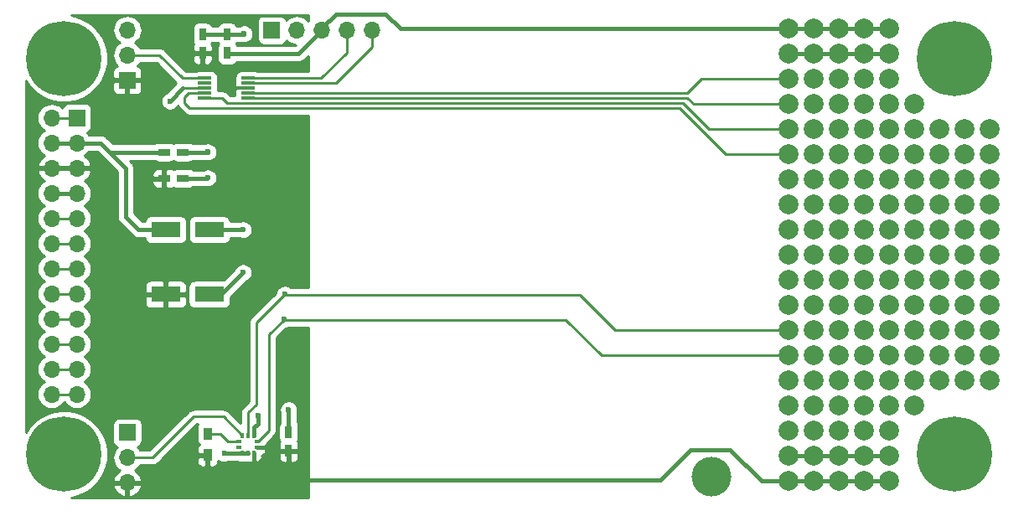
<source format=gbr>
G04 #@! TF.FileFunction,Copper,L1,Top,Signal*
%FSLAX46Y46*%
G04 Gerber Fmt 4.6, Leading zero omitted, Abs format (unit mm)*
G04 Created by KiCad (PCBNEW 4.0.6) date 07/11/17 13:45:28*
%MOMM*%
%LPD*%
G01*
G04 APERTURE LIST*
%ADD10C,0.100000*%
%ADD11C,4.000000*%
%ADD12R,0.400000X0.550000*%
%ADD13R,0.550000X0.400000*%
%ADD14C,2.000000*%
%ADD15R,0.750000X1.200000*%
%ADD16R,1.700000X1.700000*%
%ADD17O,1.700000X1.700000*%
%ADD18R,0.900000X1.200000*%
%ADD19R,1.400000X0.300000*%
%ADD20C,7.600000*%
%ADD21R,1.200000X0.750000*%
%ADD22R,3.000000X1.600000*%
%ADD23C,0.600000*%
%ADD24C,0.450000*%
%ADD25C,0.350000*%
%ADD26C,0.250000*%
%ADD27C,0.254000*%
G04 APERTURE END LIST*
D10*
D11*
X166050000Y-122830000D03*
D12*
X118600000Y-118680000D03*
X119200000Y-118680000D03*
X119800000Y-118680000D03*
X119800000Y-120520000D03*
X119200000Y-120520000D03*
X118600000Y-120520000D03*
D13*
X118280000Y-119300000D03*
X118280000Y-119900000D03*
X120120000Y-119900000D03*
X120120000Y-119300000D03*
D14*
X183960000Y-123320000D03*
X181420000Y-123320000D03*
X178880000Y-123320000D03*
X176340000Y-123320000D03*
X173800000Y-123320000D03*
X183960000Y-120780000D03*
X181420000Y-120780000D03*
X178880000Y-120780000D03*
X176340000Y-120780000D03*
X173800000Y-120780000D03*
X183960000Y-118240000D03*
X181420000Y-118240000D03*
X178880000Y-118240000D03*
X176340000Y-118240000D03*
X173800000Y-118240000D03*
X186500000Y-115700000D03*
X183960000Y-115700000D03*
X181420000Y-115700000D03*
X178880000Y-115700000D03*
X176340000Y-115700000D03*
X173800000Y-115700000D03*
X194120000Y-113160000D03*
X191580000Y-113160000D03*
X189040000Y-113160000D03*
X186500000Y-113160000D03*
X183960000Y-113160000D03*
X181420000Y-113160000D03*
X178880000Y-113160000D03*
X176340000Y-113160000D03*
X173800000Y-113160000D03*
X194120000Y-110620000D03*
X191580000Y-110620000D03*
X189040000Y-110620000D03*
X186500000Y-110620000D03*
X183960000Y-110620000D03*
X181420000Y-110620000D03*
X178880000Y-110620000D03*
X176340000Y-110620000D03*
X173800000Y-110620000D03*
X194120000Y-108080000D03*
X191580000Y-108080000D03*
X189040000Y-108080000D03*
X186500000Y-108080000D03*
X183960000Y-108080000D03*
X181420000Y-108080000D03*
X178880000Y-108080000D03*
X176340000Y-108080000D03*
X173800000Y-108080000D03*
X194120000Y-105540000D03*
X191580000Y-105540000D03*
X189040000Y-105540000D03*
X186500000Y-105540000D03*
X183960000Y-105540000D03*
X181420000Y-105540000D03*
X178880000Y-105540000D03*
X176340000Y-105540000D03*
X173800000Y-105540000D03*
X194120000Y-103000000D03*
X191580000Y-103000000D03*
X189040000Y-103000000D03*
X186500000Y-103000000D03*
X183960000Y-103000000D03*
X181420000Y-103000000D03*
X178880000Y-103000000D03*
X176340000Y-103000000D03*
X173800000Y-103000000D03*
X194120000Y-100460000D03*
X191580000Y-100460000D03*
X189040000Y-100460000D03*
X186500000Y-100460000D03*
X183960000Y-100460000D03*
X181420000Y-100460000D03*
X178880000Y-100460000D03*
X176340000Y-100460000D03*
X173800000Y-100460000D03*
X194120000Y-97920000D03*
X191580000Y-97920000D03*
X189040000Y-97920000D03*
X186500000Y-97920000D03*
X183960000Y-97920000D03*
X181420000Y-97920000D03*
X178880000Y-97920000D03*
X176340000Y-97920000D03*
X173800000Y-97920000D03*
X194120000Y-95380000D03*
X191580000Y-95380000D03*
X189040000Y-95380000D03*
X186500000Y-95380000D03*
X183960000Y-95380000D03*
X181420000Y-95380000D03*
X178880000Y-95380000D03*
X176340000Y-95380000D03*
X173800000Y-95380000D03*
X194120000Y-92840000D03*
X191580000Y-92840000D03*
X189040000Y-92840000D03*
X186500000Y-92840000D03*
X183960000Y-92840000D03*
X181420000Y-92840000D03*
X178880000Y-92840000D03*
X176340000Y-92840000D03*
X173800000Y-92840000D03*
X194120000Y-90300000D03*
X191580000Y-90300000D03*
X189040000Y-90300000D03*
X186500000Y-90300000D03*
X183960000Y-90300000D03*
X181420000Y-90300000D03*
X178880000Y-90300000D03*
X176340000Y-90300000D03*
X173800000Y-90300000D03*
X194120000Y-87760000D03*
X191580000Y-87760000D03*
X189040000Y-87760000D03*
X186500000Y-87760000D03*
X183960000Y-87760000D03*
X181420000Y-87760000D03*
X178880000Y-87760000D03*
X176340000Y-87760000D03*
X173800000Y-87760000D03*
X186500000Y-85220000D03*
X183960000Y-85220000D03*
X181420000Y-85220000D03*
X178880000Y-85220000D03*
X176340000Y-85220000D03*
X173800000Y-85220000D03*
X183960000Y-82680000D03*
X181420000Y-82680000D03*
X178880000Y-82680000D03*
X176340000Y-82680000D03*
X173800000Y-82680000D03*
X183960000Y-80140000D03*
X181420000Y-80140000D03*
X178880000Y-80140000D03*
X176340000Y-80140000D03*
X173800000Y-80140000D03*
X183960000Y-77600000D03*
X181420000Y-77600000D03*
X178880000Y-77600000D03*
X176340000Y-77600000D03*
D15*
X114600000Y-80050000D03*
X114600000Y-78150000D03*
X117100000Y-80050000D03*
X117100000Y-78150000D03*
X123300000Y-120250000D03*
X123300000Y-118350000D03*
D16*
X101900000Y-86600000D03*
D17*
X99360000Y-86600000D03*
X101900000Y-89140000D03*
X99360000Y-89140000D03*
X101900000Y-91680000D03*
X99360000Y-91680000D03*
X101900000Y-94220000D03*
X99360000Y-94220000D03*
X101900000Y-96760000D03*
X99360000Y-96760000D03*
X101900000Y-99300000D03*
X99360000Y-99300000D03*
X101900000Y-101840000D03*
X99360000Y-101840000D03*
X101900000Y-104380000D03*
X99360000Y-104380000D03*
X101900000Y-106920000D03*
X99360000Y-106920000D03*
X101900000Y-109460000D03*
X99360000Y-109460000D03*
X101900000Y-112000000D03*
X99360000Y-112000000D03*
X101900000Y-114540000D03*
X99360000Y-114540000D03*
D16*
X107000000Y-82800000D03*
D17*
X107000000Y-80260000D03*
X107000000Y-77720000D03*
D16*
X121600000Y-77740000D03*
D17*
X124140000Y-77740000D03*
X126680000Y-77740000D03*
X129220000Y-77740000D03*
X131760000Y-77740000D03*
D16*
X107000000Y-118400000D03*
D17*
X107000000Y-120940000D03*
X107000000Y-123480000D03*
D18*
X115100000Y-120700000D03*
X115100000Y-118500000D03*
D19*
X114800000Y-82600000D03*
X114800000Y-83100000D03*
X114800000Y-83600000D03*
X114800000Y-84100000D03*
X114800000Y-84600000D03*
X119200000Y-84600000D03*
X119200000Y-84100000D03*
X119200000Y-83600000D03*
X119200000Y-83100000D03*
X119200000Y-82600000D03*
D20*
X190600000Y-80600000D03*
X190600000Y-120600000D03*
X100600000Y-120600000D03*
X100600000Y-80600000D03*
D14*
X173800000Y-77600000D03*
D21*
X110730000Y-90060000D03*
X112630000Y-90060000D03*
D22*
X110900000Y-97900000D03*
X115300000Y-97900000D03*
D21*
X110730000Y-92720000D03*
X112630000Y-92720000D03*
D22*
X110880000Y-104440000D03*
X115280000Y-104440000D03*
D23*
X115140000Y-92670000D03*
X115150000Y-90040000D03*
X118690000Y-102230000D03*
X118690000Y-97900000D03*
X111300000Y-84900000D03*
X120200000Y-116700000D03*
X123300000Y-116100000D03*
X116800000Y-120500000D03*
X118800000Y-78100000D03*
X122870000Y-106970000D03*
X122910000Y-104420000D03*
D24*
X173800000Y-123320000D02*
X171070000Y-123320000D01*
X123870000Y-123220000D02*
X123830000Y-123180000D01*
X160850000Y-123220000D02*
X123870000Y-123220000D01*
X163900000Y-120170000D02*
X160850000Y-123220000D01*
X167920000Y-120170000D02*
X163900000Y-120170000D01*
X171070000Y-123320000D02*
X167920000Y-120170000D01*
D25*
X119200000Y-83600000D02*
X117600000Y-83600000D01*
D24*
X119800000Y-120520000D02*
X119800000Y-121500000D01*
X120120000Y-119900000D02*
X121300000Y-119900000D01*
X183960000Y-123320000D02*
X181420000Y-123320000D01*
X181420000Y-123320000D02*
X178880000Y-123320000D01*
X178880000Y-123320000D02*
X176340000Y-123320000D01*
X176340000Y-123320000D02*
X173800000Y-123320000D01*
X99360000Y-91680000D02*
X101900000Y-91680000D01*
X110730000Y-90060000D02*
X105200000Y-90060000D01*
X105200000Y-90060000D02*
X104280000Y-89140000D01*
X101900000Y-89140000D02*
X104280000Y-89140000D01*
X108140000Y-97900000D02*
X110900000Y-97900000D01*
X106820000Y-96580000D02*
X108140000Y-97900000D01*
X106820000Y-91680000D02*
X106820000Y-96580000D01*
X104280000Y-89140000D02*
X106820000Y-91680000D01*
X101900000Y-89140000D02*
X102040000Y-89140000D01*
X101900000Y-89140000D02*
X101930000Y-89140000D01*
X173800000Y-77600000D02*
X176340000Y-77600000D01*
X176340000Y-77600000D02*
X178880000Y-77600000D01*
X178880000Y-77600000D02*
X181420000Y-77600000D01*
X181420000Y-77600000D02*
X183960000Y-77600000D01*
X99360000Y-89140000D02*
X101900000Y-89140000D01*
X121400000Y-80100000D02*
X117150000Y-80100000D01*
X117150000Y-80100000D02*
X117100000Y-80050000D01*
X121400000Y-80100000D02*
X124320000Y-80100000D01*
X124320000Y-80100000D02*
X126680000Y-77740000D01*
X117150000Y-80100000D02*
X117100000Y-80050000D01*
X126680000Y-77740000D02*
X126680000Y-77520000D01*
X126680000Y-77520000D02*
X128100000Y-76100000D01*
X134600000Y-77600000D02*
X173800000Y-77600000D01*
X133100000Y-76100000D02*
X134600000Y-77600000D01*
X128100000Y-76100000D02*
X133100000Y-76100000D01*
X112630000Y-92720000D02*
X115090000Y-92720000D01*
X115090000Y-92720000D02*
X115140000Y-92670000D01*
X112630000Y-90060000D02*
X115130000Y-90060000D01*
X115130000Y-90060000D02*
X115150000Y-90040000D01*
X115280000Y-104440000D02*
X116480000Y-104440000D01*
X116480000Y-104440000D02*
X118690000Y-102230000D01*
X115300000Y-97900000D02*
X118690000Y-97900000D01*
D26*
X114800000Y-83600000D02*
X112600000Y-83600000D01*
D24*
X112600000Y-83600000D02*
X111300000Y-84900000D01*
X114600000Y-78150000D02*
X117100000Y-78150000D01*
X119800000Y-118680000D02*
X119800000Y-117900000D01*
X120200000Y-117500000D02*
X120200000Y-116700000D01*
X119800000Y-117900000D02*
X120200000Y-117500000D01*
X123300000Y-118350000D02*
X123300000Y-116100000D01*
X119200000Y-120520000D02*
X118600000Y-120520000D01*
X118600000Y-120520000D02*
X118580000Y-120500000D01*
X118580000Y-120500000D02*
X116800000Y-120500000D01*
X173800000Y-120780000D02*
X176340000Y-120780000D01*
X176340000Y-120780000D02*
X178880000Y-120780000D01*
X178880000Y-120780000D02*
X181420000Y-120780000D01*
X181420000Y-120780000D02*
X183960000Y-120780000D01*
X173800000Y-80140000D02*
X176340000Y-80140000D01*
X176340000Y-80140000D02*
X178880000Y-80140000D01*
X178880000Y-80140000D02*
X181420000Y-80140000D01*
X181420000Y-80140000D02*
X183960000Y-80140000D01*
X99360000Y-94220000D02*
X101900000Y-94220000D01*
X117100000Y-78150000D02*
X118750000Y-78150000D01*
X118750000Y-78150000D02*
X118800000Y-78100000D01*
X124100000Y-77780000D02*
X124140000Y-77740000D01*
X124100000Y-77780000D02*
X124140000Y-77740000D01*
D26*
X99360000Y-86600000D02*
X101900000Y-86600000D01*
X99360000Y-96760000D02*
X101900000Y-96760000D01*
X99360000Y-99300000D02*
X101900000Y-99300000D01*
X99360000Y-101840000D02*
X101900000Y-101840000D01*
X122840000Y-107000000D02*
X122810000Y-107000000D01*
X122870000Y-106970000D02*
X122840000Y-107000000D01*
X120120000Y-119300000D02*
X120190000Y-119300000D01*
X120190000Y-119300000D02*
X121310000Y-118180000D01*
X121310000Y-108500000D02*
X122810000Y-107000000D01*
X121310000Y-118180000D02*
X121310000Y-108500000D01*
X99360000Y-106920000D02*
X101900000Y-106920000D01*
X130000000Y-107000000D02*
X151300000Y-107000000D01*
X122810000Y-107000000D02*
X130000000Y-107000000D01*
X151300000Y-107000000D02*
X154920000Y-110620000D01*
X154920000Y-110620000D02*
X173800000Y-110620000D01*
X118700000Y-83100000D02*
X128100000Y-83100000D01*
X128100000Y-83100000D02*
X131760000Y-79440000D01*
X131760000Y-79440000D02*
X131760000Y-77740000D01*
X122840000Y-104490000D02*
X122840000Y-104500000D01*
X122910000Y-104420000D02*
X122840000Y-104490000D01*
X119200000Y-118680000D02*
X119200000Y-116370000D01*
X119200000Y-116370000D02*
X120030000Y-115540000D01*
X120030000Y-115540000D02*
X120030000Y-107310000D01*
X120030000Y-107310000D02*
X122840000Y-104500000D01*
X128900000Y-104500000D02*
X152700000Y-104500000D01*
X156280000Y-108080000D02*
X173800000Y-108080000D01*
X152700000Y-104500000D02*
X156280000Y-108080000D01*
X122840000Y-104500000D02*
X128900000Y-104500000D01*
X99360000Y-104380000D02*
X101900000Y-104380000D01*
X118700000Y-82600000D02*
X126600000Y-82600000D01*
X129220000Y-79980000D02*
X129220000Y-77740000D01*
X126600000Y-82600000D02*
X129220000Y-79980000D01*
X99360000Y-109460000D02*
X101900000Y-109460000D01*
X99360000Y-112000000D02*
X101900000Y-112000000D01*
X99360000Y-114540000D02*
X101900000Y-114540000D01*
X114600000Y-82600000D02*
X112600000Y-82600000D01*
X110260000Y-80260000D02*
X107000000Y-80260000D01*
X112600000Y-82600000D02*
X110260000Y-80260000D01*
X107000000Y-120940000D02*
X109560000Y-120940000D01*
X116720000Y-116800000D02*
X118600000Y-118680000D01*
X113700000Y-116800000D02*
X116720000Y-116800000D01*
X109560000Y-120940000D02*
X113700000Y-116800000D01*
X118280000Y-119300000D02*
X117200000Y-119300000D01*
X116400000Y-118500000D02*
X115100000Y-118500000D01*
X117200000Y-119300000D02*
X116400000Y-118500000D01*
X173800000Y-90300000D02*
X167500000Y-90300000D01*
X113200000Y-84100000D02*
X114800000Y-84100000D01*
X112800000Y-84500000D02*
X113200000Y-84100000D01*
X112800000Y-85100000D02*
X112800000Y-84500000D01*
X113300000Y-85600000D02*
X112800000Y-85100000D01*
X162800000Y-85600000D02*
X113300000Y-85600000D01*
X167500000Y-90300000D02*
X162800000Y-85600000D01*
X114800000Y-84600000D02*
X116600000Y-84600000D01*
X165760000Y-87760000D02*
X173800000Y-87760000D01*
X163100000Y-85100000D02*
X165760000Y-87760000D01*
X117100000Y-85100000D02*
X163100000Y-85100000D01*
X116600000Y-84600000D02*
X117100000Y-85100000D01*
X118700000Y-84600000D02*
X163600000Y-84600000D01*
X164220000Y-85220000D02*
X173800000Y-85220000D01*
X163600000Y-84600000D02*
X164220000Y-85220000D01*
X118700000Y-84100000D02*
X163600000Y-84100000D01*
X165020000Y-82680000D02*
X173800000Y-82680000D01*
X163600000Y-84100000D02*
X165020000Y-82680000D01*
D27*
G36*
X125273000Y-76783649D02*
X125193713Y-76686433D01*
X124970401Y-76501694D01*
X124715461Y-76363848D01*
X124438601Y-76278146D01*
X124150367Y-76247851D01*
X123861739Y-76274118D01*
X123583709Y-76355947D01*
X123326869Y-76490220D01*
X123101000Y-76671823D01*
X123059189Y-76721651D01*
X123026894Y-76617366D01*
X122928100Y-76467441D01*
X122791450Y-76350975D01*
X122627763Y-76277190D01*
X122450000Y-76251928D01*
X120750000Y-76251928D01*
X120648879Y-76259992D01*
X120477366Y-76313106D01*
X120327441Y-76411900D01*
X120210975Y-76548550D01*
X120137190Y-76712237D01*
X120111928Y-76890000D01*
X120111928Y-78590000D01*
X120119992Y-78691121D01*
X120173106Y-78862634D01*
X120271900Y-79012559D01*
X120408550Y-79129025D01*
X120572237Y-79202810D01*
X120750000Y-79228072D01*
X122450000Y-79228072D01*
X122551121Y-79220008D01*
X122722634Y-79166894D01*
X122872559Y-79068100D01*
X122989025Y-78931450D01*
X123062810Y-78767763D01*
X123063171Y-78765224D01*
X123086287Y-78793567D01*
X123309599Y-78978306D01*
X123564539Y-79116152D01*
X123841399Y-79201854D01*
X123986655Y-79217121D01*
X123963776Y-79240000D01*
X118071290Y-79240000D01*
X118051894Y-79177366D01*
X118003453Y-79103854D01*
X118014025Y-79091450D01*
X118050740Y-79010000D01*
X118584535Y-79010000D01*
X118688757Y-79032915D01*
X118872079Y-79036755D01*
X119052657Y-79004914D01*
X119223610Y-78938606D01*
X119378429Y-78840355D01*
X119511215Y-78713904D01*
X119616911Y-78564070D01*
X119691492Y-78396560D01*
X119732116Y-78217754D01*
X119735040Y-78008319D01*
X119699425Y-77828448D01*
X119629550Y-77658920D01*
X119528079Y-77506193D01*
X119398875Y-77376084D01*
X119246860Y-77273549D01*
X119077825Y-77202493D01*
X118898207Y-77165623D01*
X118714849Y-77164343D01*
X118534733Y-77198701D01*
X118364722Y-77267390D01*
X118330170Y-77290000D01*
X118055806Y-77290000D01*
X118051894Y-77277366D01*
X117953100Y-77127441D01*
X117816450Y-77010975D01*
X117652763Y-76937190D01*
X117475000Y-76911928D01*
X116725000Y-76911928D01*
X116623879Y-76919992D01*
X116452366Y-76973106D01*
X116302441Y-77071900D01*
X116185975Y-77208550D01*
X116149260Y-77290000D01*
X115555806Y-77290000D01*
X115551894Y-77277366D01*
X115453100Y-77127441D01*
X115316450Y-77010975D01*
X115152763Y-76937190D01*
X114975000Y-76911928D01*
X114225000Y-76911928D01*
X114123879Y-76919992D01*
X113952366Y-76973106D01*
X113802441Y-77071900D01*
X113685975Y-77208550D01*
X113612190Y-77372237D01*
X113586928Y-77550000D01*
X113586928Y-78750000D01*
X113594992Y-78851121D01*
X113648106Y-79022634D01*
X113697134Y-79097037D01*
X113662270Y-79149215D01*
X113614403Y-79264777D01*
X113590000Y-79387458D01*
X113590000Y-79764250D01*
X113748750Y-79923000D01*
X114473000Y-79923000D01*
X114473000Y-79903000D01*
X114727000Y-79903000D01*
X114727000Y-79923000D01*
X115451250Y-79923000D01*
X115610000Y-79764250D01*
X115610000Y-79387458D01*
X115585597Y-79264777D01*
X115537730Y-79149215D01*
X115505677Y-79101244D01*
X115514025Y-79091450D01*
X115550740Y-79010000D01*
X116144194Y-79010000D01*
X116148106Y-79022634D01*
X116196547Y-79096146D01*
X116185975Y-79108550D01*
X116112190Y-79272237D01*
X116086928Y-79450000D01*
X116086928Y-80650000D01*
X116094992Y-80751121D01*
X116148106Y-80922634D01*
X116246900Y-81072559D01*
X116383550Y-81189025D01*
X116547237Y-81262810D01*
X116725000Y-81288072D01*
X117475000Y-81288072D01*
X117576121Y-81280008D01*
X117747634Y-81226894D01*
X117897559Y-81128100D01*
X118014025Y-80991450D01*
X118028202Y-80960000D01*
X124320000Y-80960000D01*
X124399008Y-80952253D01*
X124478198Y-80945325D01*
X124482546Y-80944062D01*
X124487042Y-80943621D01*
X124563073Y-80920666D01*
X124639376Y-80898498D01*
X124643389Y-80896418D01*
X124647721Y-80895110D01*
X124717862Y-80857815D01*
X124788390Y-80821257D01*
X124791927Y-80818434D01*
X124795917Y-80816312D01*
X124857457Y-80766121D01*
X124919562Y-80716543D01*
X124925858Y-80710334D01*
X124925985Y-80710231D01*
X124926082Y-80710114D01*
X124928112Y-80708112D01*
X125273000Y-80363224D01*
X125273000Y-81840000D01*
X120083997Y-81840000D01*
X120077763Y-81837190D01*
X119900000Y-81811928D01*
X118500000Y-81811928D01*
X118398879Y-81819992D01*
X118227366Y-81873106D01*
X118077441Y-81971900D01*
X117960975Y-82108550D01*
X117887190Y-82272237D01*
X117861928Y-82450000D01*
X117861928Y-82750000D01*
X117869992Y-82851121D01*
X117874096Y-82864374D01*
X117861928Y-82950000D01*
X117861928Y-83250000D01*
X117869992Y-83351121D01*
X117871353Y-83355517D01*
X117868519Y-83369769D01*
X117879018Y-83380268D01*
X117923106Y-83522634D01*
X117971547Y-83596146D01*
X117960975Y-83608550D01*
X117887190Y-83772237D01*
X117880676Y-83818074D01*
X117868519Y-83830231D01*
X117874602Y-83860815D01*
X117861928Y-83950000D01*
X117861928Y-84250000D01*
X117869105Y-84340000D01*
X117414802Y-84340000D01*
X117137401Y-84062599D01*
X117083145Y-84018032D01*
X117029375Y-83972914D01*
X117025874Y-83970989D01*
X117022785Y-83968452D01*
X116960933Y-83935287D01*
X116899396Y-83901457D01*
X116895584Y-83900248D01*
X116892065Y-83898361D01*
X116824969Y-83877848D01*
X116758013Y-83856608D01*
X116754041Y-83856162D01*
X116750219Y-83854994D01*
X116680351Y-83847897D01*
X116610611Y-83840074D01*
X116602806Y-83840020D01*
X116602653Y-83840004D01*
X116602510Y-83840018D01*
X116600000Y-83840000D01*
X116127258Y-83840000D01*
X116125904Y-83835626D01*
X116126170Y-83833750D01*
X117865000Y-83833750D01*
X117868519Y-83830231D01*
X117865000Y-83812542D01*
X117865000Y-83833750D01*
X116126170Y-83833750D01*
X116138072Y-83750000D01*
X116138072Y-83450000D01*
X116133085Y-83387458D01*
X117865000Y-83387458D01*
X117868519Y-83369769D01*
X117865000Y-83366250D01*
X117865000Y-83387458D01*
X116133085Y-83387458D01*
X116130008Y-83348879D01*
X116125904Y-83335626D01*
X116138072Y-83250000D01*
X116138072Y-82950000D01*
X116130008Y-82848879D01*
X116125904Y-82835626D01*
X116138072Y-82750000D01*
X116138072Y-82450000D01*
X116130008Y-82348879D01*
X116076894Y-82177366D01*
X115978100Y-82027441D01*
X115841450Y-81910975D01*
X115677763Y-81837190D01*
X115500000Y-81811928D01*
X114100000Y-81811928D01*
X113998879Y-81819992D01*
X113934270Y-81840000D01*
X112914802Y-81840000D01*
X111410552Y-80335750D01*
X113590000Y-80335750D01*
X113590000Y-80712542D01*
X113614403Y-80835223D01*
X113662270Y-80950785D01*
X113731763Y-81054789D01*
X113820211Y-81143237D01*
X113924215Y-81212730D01*
X114039777Y-81260597D01*
X114162458Y-81285000D01*
X114314250Y-81285000D01*
X114473000Y-81126250D01*
X114473000Y-80177000D01*
X114727000Y-80177000D01*
X114727000Y-81126250D01*
X114885750Y-81285000D01*
X115037542Y-81285000D01*
X115160223Y-81260597D01*
X115275785Y-81212730D01*
X115379789Y-81143237D01*
X115468237Y-81054789D01*
X115537730Y-80950785D01*
X115585597Y-80835223D01*
X115610000Y-80712542D01*
X115610000Y-80335750D01*
X115451250Y-80177000D01*
X114727000Y-80177000D01*
X114473000Y-80177000D01*
X113748750Y-80177000D01*
X113590000Y-80335750D01*
X111410552Y-80335750D01*
X110797401Y-79722599D01*
X110743145Y-79678032D01*
X110689375Y-79632914D01*
X110685874Y-79630989D01*
X110682785Y-79628452D01*
X110620933Y-79595287D01*
X110559396Y-79561457D01*
X110555584Y-79560248D01*
X110552065Y-79558361D01*
X110484969Y-79537848D01*
X110418013Y-79516608D01*
X110414041Y-79516162D01*
X110410219Y-79514994D01*
X110340351Y-79507897D01*
X110270611Y-79500074D01*
X110262806Y-79500020D01*
X110262653Y-79500004D01*
X110262510Y-79500018D01*
X110260000Y-79500000D01*
X108277556Y-79500000D01*
X108249780Y-79446869D01*
X108068177Y-79221000D01*
X107846161Y-79034706D01*
X107765753Y-78990502D01*
X107828971Y-78956888D01*
X108053567Y-78773713D01*
X108238306Y-78550401D01*
X108376152Y-78295461D01*
X108461854Y-78018601D01*
X108492149Y-77730367D01*
X108465882Y-77441739D01*
X108384053Y-77163709D01*
X108249780Y-76906869D01*
X108068177Y-76681000D01*
X107846161Y-76494706D01*
X107592189Y-76355084D01*
X107315934Y-76267451D01*
X107027919Y-76235145D01*
X107007185Y-76235000D01*
X106992815Y-76235000D01*
X106704377Y-76263282D01*
X106426925Y-76347049D01*
X106171029Y-76483112D01*
X105946433Y-76666287D01*
X105761694Y-76889599D01*
X105623848Y-77144539D01*
X105538146Y-77421399D01*
X105507851Y-77709633D01*
X105534118Y-77998261D01*
X105615947Y-78276291D01*
X105750220Y-78533131D01*
X105931823Y-78759000D01*
X106153839Y-78945294D01*
X106234247Y-78989498D01*
X106171029Y-79023112D01*
X105946433Y-79206287D01*
X105761694Y-79429599D01*
X105623848Y-79684539D01*
X105538146Y-79961399D01*
X105507851Y-80249633D01*
X105534118Y-80538261D01*
X105615947Y-80816291D01*
X105750220Y-81073131D01*
X105931823Y-81299000D01*
X105977061Y-81336959D01*
X105964777Y-81339403D01*
X105849215Y-81387270D01*
X105745211Y-81456763D01*
X105656763Y-81545211D01*
X105587270Y-81649215D01*
X105539403Y-81764777D01*
X105515000Y-81887458D01*
X105515000Y-82514250D01*
X105673750Y-82673000D01*
X106873000Y-82673000D01*
X106873000Y-82653000D01*
X107127000Y-82653000D01*
X107127000Y-82673000D01*
X108326250Y-82673000D01*
X108485000Y-82514250D01*
X108485000Y-81887458D01*
X108460597Y-81764777D01*
X108412730Y-81649215D01*
X108343237Y-81545211D01*
X108254789Y-81456763D01*
X108150785Y-81387270D01*
X108035223Y-81339403D01*
X108024647Y-81337299D01*
X108053567Y-81313713D01*
X108238306Y-81090401D01*
X108276372Y-81020000D01*
X109945198Y-81020000D01*
X111954487Y-83029289D01*
X110951410Y-84032366D01*
X110864722Y-84067390D01*
X110711291Y-84167793D01*
X110580283Y-84296086D01*
X110476689Y-84447381D01*
X110404454Y-84615916D01*
X110366331Y-84795272D01*
X110363771Y-84978617D01*
X110396872Y-85158968D01*
X110464372Y-85329454D01*
X110563701Y-85483583D01*
X110691076Y-85615484D01*
X110841644Y-85720131D01*
X111009671Y-85793540D01*
X111188757Y-85832915D01*
X111372079Y-85836755D01*
X111552657Y-85804914D01*
X111723610Y-85738606D01*
X111878429Y-85640355D01*
X112011215Y-85513904D01*
X112098010Y-85390864D01*
X112130299Y-85451591D01*
X112162610Y-85513925D01*
X112165103Y-85517048D01*
X112166980Y-85520578D01*
X112211355Y-85574987D01*
X112255148Y-85629846D01*
X112260631Y-85635406D01*
X112260726Y-85635522D01*
X112260834Y-85635611D01*
X112262599Y-85637401D01*
X112762599Y-86137401D01*
X112816855Y-86181968D01*
X112870625Y-86227086D01*
X112874126Y-86229011D01*
X112877215Y-86231548D01*
X112939102Y-86264732D01*
X113000604Y-86298543D01*
X113004412Y-86299751D01*
X113007935Y-86301640D01*
X113075077Y-86322167D01*
X113141987Y-86343392D01*
X113145959Y-86343838D01*
X113149781Y-86345006D01*
X113219649Y-86352103D01*
X113289389Y-86359926D01*
X113297194Y-86359980D01*
X113297347Y-86359996D01*
X113297490Y-86359982D01*
X113300000Y-86360000D01*
X125273000Y-86360000D01*
X125273000Y-103740000D01*
X123552486Y-103740000D01*
X123508875Y-103696084D01*
X123356860Y-103593549D01*
X123187825Y-103522493D01*
X123008207Y-103485623D01*
X122824849Y-103484343D01*
X122644733Y-103518701D01*
X122474722Y-103587390D01*
X122321291Y-103687793D01*
X122190283Y-103816086D01*
X122086689Y-103967381D01*
X122014454Y-104135916D01*
X121983458Y-104281740D01*
X119492599Y-106772599D01*
X119448032Y-106826855D01*
X119402914Y-106880625D01*
X119400989Y-106884126D01*
X119398452Y-106887215D01*
X119365287Y-106949067D01*
X119331457Y-107010604D01*
X119330248Y-107014416D01*
X119328361Y-107017935D01*
X119307848Y-107085031D01*
X119286608Y-107151987D01*
X119286162Y-107155959D01*
X119284994Y-107159781D01*
X119277897Y-107229649D01*
X119270074Y-107299389D01*
X119270020Y-107307194D01*
X119270004Y-107307347D01*
X119270018Y-107307490D01*
X119270000Y-107310000D01*
X119270000Y-115225198D01*
X118662599Y-115832599D01*
X118618032Y-115886855D01*
X118572914Y-115940625D01*
X118570989Y-115944126D01*
X118568452Y-115947215D01*
X118535287Y-116009067D01*
X118501457Y-116070604D01*
X118500248Y-116074416D01*
X118498361Y-116077935D01*
X118477848Y-116145031D01*
X118456608Y-116211987D01*
X118456162Y-116215959D01*
X118454994Y-116219781D01*
X118447897Y-116289649D01*
X118440074Y-116359389D01*
X118440020Y-116367194D01*
X118440004Y-116367347D01*
X118440018Y-116367490D01*
X118440000Y-116370000D01*
X118440000Y-117445197D01*
X117257401Y-116262599D01*
X117203145Y-116218032D01*
X117149375Y-116172914D01*
X117145874Y-116170989D01*
X117142785Y-116168452D01*
X117080933Y-116135287D01*
X117019396Y-116101457D01*
X117015584Y-116100248D01*
X117012065Y-116098361D01*
X116944969Y-116077848D01*
X116878013Y-116056608D01*
X116874041Y-116056162D01*
X116870219Y-116054994D01*
X116800351Y-116047897D01*
X116730611Y-116040074D01*
X116722806Y-116040020D01*
X116722653Y-116040004D01*
X116722510Y-116040018D01*
X116720000Y-116040000D01*
X113700000Y-116040000D01*
X113630123Y-116046851D01*
X113560197Y-116052969D01*
X113556359Y-116054084D01*
X113552382Y-116054474D01*
X113485179Y-116074764D01*
X113417760Y-116094351D01*
X113414212Y-116096190D01*
X113410387Y-116097345D01*
X113348390Y-116130309D01*
X113286074Y-116162611D01*
X113282953Y-116165103D01*
X113279422Y-116166980D01*
X113225007Y-116211359D01*
X113170154Y-116255148D01*
X113164594Y-116260631D01*
X113164478Y-116260726D01*
X113164389Y-116260834D01*
X113162599Y-116262599D01*
X109245198Y-120180000D01*
X108277556Y-120180000D01*
X108249780Y-120126869D01*
X108068177Y-119901000D01*
X108018349Y-119859189D01*
X108122634Y-119826894D01*
X108272559Y-119728100D01*
X108389025Y-119591450D01*
X108462810Y-119427763D01*
X108488072Y-119250000D01*
X108488072Y-117550000D01*
X108480008Y-117448879D01*
X108426894Y-117277366D01*
X108328100Y-117127441D01*
X108191450Y-117010975D01*
X108027763Y-116937190D01*
X107850000Y-116911928D01*
X106150000Y-116911928D01*
X106048879Y-116919992D01*
X105877366Y-116973106D01*
X105727441Y-117071900D01*
X105610975Y-117208550D01*
X105537190Y-117372237D01*
X105511928Y-117550000D01*
X105511928Y-119250000D01*
X105519992Y-119351121D01*
X105573106Y-119522634D01*
X105671900Y-119672559D01*
X105808550Y-119789025D01*
X105972237Y-119862810D01*
X105974776Y-119863171D01*
X105946433Y-119886287D01*
X105761694Y-120109599D01*
X105623848Y-120364539D01*
X105538146Y-120641399D01*
X105507851Y-120929633D01*
X105534118Y-121218261D01*
X105615947Y-121496291D01*
X105750220Y-121753131D01*
X105931823Y-121979000D01*
X106153839Y-122165294D01*
X106239889Y-122212600D01*
X106118645Y-122284822D01*
X105902412Y-122479731D01*
X105728359Y-122713080D01*
X105603175Y-122975901D01*
X105558524Y-123123110D01*
X105679845Y-123353000D01*
X106873000Y-123353000D01*
X106873000Y-123333000D01*
X107127000Y-123333000D01*
X107127000Y-123353000D01*
X108320155Y-123353000D01*
X108441476Y-123123110D01*
X108396825Y-122975901D01*
X108271641Y-122713080D01*
X108097588Y-122479731D01*
X107881355Y-122284822D01*
X107760910Y-122213077D01*
X107828971Y-122176888D01*
X108053567Y-121993713D01*
X108238306Y-121770401D01*
X108276372Y-121700000D01*
X109560000Y-121700000D01*
X109629877Y-121693149D01*
X109699803Y-121687031D01*
X109703641Y-121685916D01*
X109707618Y-121685526D01*
X109774821Y-121665236D01*
X109842240Y-121645649D01*
X109845788Y-121643810D01*
X109849613Y-121642655D01*
X109911591Y-121609701D01*
X109973925Y-121577390D01*
X109977048Y-121574897D01*
X109980578Y-121573020D01*
X110034987Y-121528645D01*
X110089846Y-121484852D01*
X110095406Y-121479369D01*
X110095522Y-121479274D01*
X110095611Y-121479166D01*
X110097401Y-121477401D01*
X110589052Y-120985750D01*
X114015000Y-120985750D01*
X114015000Y-121362542D01*
X114039403Y-121485223D01*
X114087270Y-121600785D01*
X114156763Y-121704789D01*
X114245211Y-121793237D01*
X114349215Y-121862730D01*
X114464777Y-121910597D01*
X114587458Y-121935000D01*
X114814250Y-121935000D01*
X114973000Y-121776250D01*
X114973000Y-120827000D01*
X114173750Y-120827000D01*
X114015000Y-120985750D01*
X110589052Y-120985750D01*
X114014802Y-117560000D01*
X114110321Y-117560000D01*
X114037190Y-117722237D01*
X114011928Y-117900000D01*
X114011928Y-119100000D01*
X114019992Y-119201121D01*
X114073106Y-119372634D01*
X114171900Y-119522559D01*
X114259497Y-119597217D01*
X114245211Y-119606763D01*
X114156763Y-119695211D01*
X114087270Y-119799215D01*
X114039403Y-119914777D01*
X114015000Y-120037458D01*
X114015000Y-120414250D01*
X114173750Y-120573000D01*
X114973000Y-120573000D01*
X114973000Y-120553000D01*
X115227000Y-120553000D01*
X115227000Y-120573000D01*
X115247000Y-120573000D01*
X115247000Y-120827000D01*
X115227000Y-120827000D01*
X115227000Y-121776250D01*
X115385750Y-121935000D01*
X115612542Y-121935000D01*
X115735223Y-121910597D01*
X115850785Y-121862730D01*
X115954789Y-121793237D01*
X116043237Y-121704789D01*
X116112730Y-121600785D01*
X116160597Y-121485223D01*
X116185000Y-121362542D01*
X116185000Y-121209192D01*
X116191076Y-121215484D01*
X116341644Y-121320131D01*
X116509671Y-121393540D01*
X116688757Y-121432915D01*
X116872079Y-121436755D01*
X117052657Y-121404914D01*
X117168453Y-121360000D01*
X118116174Y-121360000D01*
X118222237Y-121407810D01*
X118400000Y-121433072D01*
X118800000Y-121433072D01*
X118901121Y-121425008D01*
X118914374Y-121420904D01*
X119000000Y-121433072D01*
X119400000Y-121433072D01*
X119501121Y-121425008D01*
X119505517Y-121423647D01*
X119537458Y-121430000D01*
X119541250Y-121430000D01*
X119566483Y-121404767D01*
X119672634Y-121371894D01*
X119822559Y-121273100D01*
X119900000Y-121182238D01*
X119900000Y-121271250D01*
X120058750Y-121430000D01*
X120062542Y-121430000D01*
X120185223Y-121405597D01*
X120300785Y-121357730D01*
X120404789Y-121288237D01*
X120493237Y-121199789D01*
X120562730Y-121095785D01*
X120610597Y-120980223D01*
X120635000Y-120857542D01*
X120635000Y-120805750D01*
X120546546Y-120717296D01*
X120580223Y-120710597D01*
X120695785Y-120662730D01*
X120799789Y-120593237D01*
X120857276Y-120535750D01*
X122290000Y-120535750D01*
X122290000Y-120912542D01*
X122314403Y-121035223D01*
X122362270Y-121150785D01*
X122431763Y-121254789D01*
X122520211Y-121343237D01*
X122624215Y-121412730D01*
X122739777Y-121460597D01*
X122862458Y-121485000D01*
X123014250Y-121485000D01*
X123173000Y-121326250D01*
X123173000Y-120377000D01*
X123427000Y-120377000D01*
X123427000Y-121326250D01*
X123585750Y-121485000D01*
X123737542Y-121485000D01*
X123860223Y-121460597D01*
X123975785Y-121412730D01*
X124079789Y-121343237D01*
X124168237Y-121254789D01*
X124237730Y-121150785D01*
X124285597Y-121035223D01*
X124310000Y-120912542D01*
X124310000Y-120535750D01*
X124151250Y-120377000D01*
X123427000Y-120377000D01*
X123173000Y-120377000D01*
X122448750Y-120377000D01*
X122290000Y-120535750D01*
X120857276Y-120535750D01*
X120888237Y-120504789D01*
X120957730Y-120400785D01*
X121005597Y-120285223D01*
X121030000Y-120162542D01*
X121030000Y-120158750D01*
X120871250Y-120000000D01*
X120784325Y-120000000D01*
X120817559Y-119978100D01*
X120934025Y-119841450D01*
X121007810Y-119677763D01*
X121010183Y-119661067D01*
X121030000Y-119641250D01*
X121030000Y-119637458D01*
X121020398Y-119589185D01*
X121027816Y-119536986D01*
X121847401Y-118717401D01*
X121891968Y-118663145D01*
X121937086Y-118609375D01*
X121939011Y-118605874D01*
X121941548Y-118602785D01*
X121974713Y-118540933D01*
X122008543Y-118479396D01*
X122009752Y-118475584D01*
X122011639Y-118472065D01*
X122032152Y-118404969D01*
X122053392Y-118338013D01*
X122053838Y-118334041D01*
X122055006Y-118330219D01*
X122062098Y-118260395D01*
X122069926Y-118190611D01*
X122069981Y-118182796D01*
X122069995Y-118182653D01*
X122069982Y-118182520D01*
X122070000Y-118180000D01*
X122070000Y-117750000D01*
X122286928Y-117750000D01*
X122286928Y-118950000D01*
X122294992Y-119051121D01*
X122348106Y-119222634D01*
X122397134Y-119297037D01*
X122362270Y-119349215D01*
X122314403Y-119464777D01*
X122290000Y-119587458D01*
X122290000Y-119964250D01*
X122448750Y-120123000D01*
X123173000Y-120123000D01*
X123173000Y-120103000D01*
X123427000Y-120103000D01*
X123427000Y-120123000D01*
X124151250Y-120123000D01*
X124310000Y-119964250D01*
X124310000Y-119587458D01*
X124285597Y-119464777D01*
X124237730Y-119349215D01*
X124205677Y-119301244D01*
X124214025Y-119291450D01*
X124287810Y-119127763D01*
X124313072Y-118950000D01*
X124313072Y-117750000D01*
X124305008Y-117648879D01*
X124251894Y-117477366D01*
X124160000Y-117337912D01*
X124160000Y-116467291D01*
X124191492Y-116396560D01*
X124232116Y-116217754D01*
X124235040Y-116008319D01*
X124199425Y-115828448D01*
X124129550Y-115658920D01*
X124028079Y-115506193D01*
X123898875Y-115376084D01*
X123746860Y-115273549D01*
X123577825Y-115202493D01*
X123398207Y-115165623D01*
X123214849Y-115164343D01*
X123034733Y-115198701D01*
X122864722Y-115267390D01*
X122711291Y-115367793D01*
X122580283Y-115496086D01*
X122476689Y-115647381D01*
X122404454Y-115815916D01*
X122366331Y-115995272D01*
X122363771Y-116178617D01*
X122396872Y-116358968D01*
X122440000Y-116467897D01*
X122440000Y-117345162D01*
X122385975Y-117408550D01*
X122312190Y-117572237D01*
X122286928Y-117750000D01*
X122070000Y-117750000D01*
X122070000Y-108814802D01*
X122985747Y-107899055D01*
X123122657Y-107874914D01*
X123293610Y-107808606D01*
X123370201Y-107760000D01*
X125273000Y-107760000D01*
X125273000Y-124973000D01*
X101340726Y-124973000D01*
X101798430Y-124892294D01*
X102609317Y-124577772D01*
X103343670Y-124111738D01*
X103632288Y-123836890D01*
X105558524Y-123836890D01*
X105603175Y-123984099D01*
X105728359Y-124246920D01*
X105902412Y-124480269D01*
X106118645Y-124675178D01*
X106368748Y-124824157D01*
X106643109Y-124921481D01*
X106873000Y-124800814D01*
X106873000Y-123607000D01*
X107127000Y-123607000D01*
X107127000Y-124800814D01*
X107356891Y-124921481D01*
X107631252Y-124824157D01*
X107881355Y-124675178D01*
X108097588Y-124480269D01*
X108271641Y-124246920D01*
X108396825Y-123984099D01*
X108441476Y-123836890D01*
X108320155Y-123607000D01*
X107127000Y-123607000D01*
X106873000Y-123607000D01*
X105679845Y-123607000D01*
X105558524Y-123836890D01*
X103632288Y-123836890D01*
X103973517Y-123511942D01*
X104474869Y-122801232D01*
X104828627Y-122006677D01*
X105021318Y-121158542D01*
X105035190Y-120165126D01*
X104866255Y-119311942D01*
X104534820Y-118507819D01*
X104053508Y-117783387D01*
X103440654Y-117166239D01*
X102719600Y-116679882D01*
X101917811Y-116342841D01*
X101065827Y-116167954D01*
X100196100Y-116161882D01*
X99341757Y-116324857D01*
X98535340Y-116650670D01*
X97807566Y-117126912D01*
X97186154Y-117735443D01*
X96727000Y-118406022D01*
X96727000Y-94209633D01*
X97867851Y-94209633D01*
X97894118Y-94498261D01*
X97975947Y-94776291D01*
X98110220Y-95033131D01*
X98291823Y-95259000D01*
X98513839Y-95445294D01*
X98594247Y-95489498D01*
X98531029Y-95523112D01*
X98306433Y-95706287D01*
X98121694Y-95929599D01*
X97983848Y-96184539D01*
X97898146Y-96461399D01*
X97867851Y-96749633D01*
X97894118Y-97038261D01*
X97975947Y-97316291D01*
X98110220Y-97573131D01*
X98291823Y-97799000D01*
X98513839Y-97985294D01*
X98594247Y-98029498D01*
X98531029Y-98063112D01*
X98306433Y-98246287D01*
X98121694Y-98469599D01*
X97983848Y-98724539D01*
X97898146Y-99001399D01*
X97867851Y-99289633D01*
X97894118Y-99578261D01*
X97975947Y-99856291D01*
X98110220Y-100113131D01*
X98291823Y-100339000D01*
X98513839Y-100525294D01*
X98594247Y-100569498D01*
X98531029Y-100603112D01*
X98306433Y-100786287D01*
X98121694Y-101009599D01*
X97983848Y-101264539D01*
X97898146Y-101541399D01*
X97867851Y-101829633D01*
X97894118Y-102118261D01*
X97975947Y-102396291D01*
X98110220Y-102653131D01*
X98291823Y-102879000D01*
X98513839Y-103065294D01*
X98594247Y-103109498D01*
X98531029Y-103143112D01*
X98306433Y-103326287D01*
X98121694Y-103549599D01*
X97983848Y-103804539D01*
X97898146Y-104081399D01*
X97867851Y-104369633D01*
X97894118Y-104658261D01*
X97975947Y-104936291D01*
X98110220Y-105193131D01*
X98291823Y-105419000D01*
X98513839Y-105605294D01*
X98594247Y-105649498D01*
X98531029Y-105683112D01*
X98306433Y-105866287D01*
X98121694Y-106089599D01*
X97983848Y-106344539D01*
X97898146Y-106621399D01*
X97867851Y-106909633D01*
X97894118Y-107198261D01*
X97975947Y-107476291D01*
X98110220Y-107733131D01*
X98291823Y-107959000D01*
X98513839Y-108145294D01*
X98594247Y-108189498D01*
X98531029Y-108223112D01*
X98306433Y-108406287D01*
X98121694Y-108629599D01*
X97983848Y-108884539D01*
X97898146Y-109161399D01*
X97867851Y-109449633D01*
X97894118Y-109738261D01*
X97975947Y-110016291D01*
X98110220Y-110273131D01*
X98291823Y-110499000D01*
X98513839Y-110685294D01*
X98594247Y-110729498D01*
X98531029Y-110763112D01*
X98306433Y-110946287D01*
X98121694Y-111169599D01*
X97983848Y-111424539D01*
X97898146Y-111701399D01*
X97867851Y-111989633D01*
X97894118Y-112278261D01*
X97975947Y-112556291D01*
X98110220Y-112813131D01*
X98291823Y-113039000D01*
X98513839Y-113225294D01*
X98594247Y-113269498D01*
X98531029Y-113303112D01*
X98306433Y-113486287D01*
X98121694Y-113709599D01*
X97983848Y-113964539D01*
X97898146Y-114241399D01*
X97867851Y-114529633D01*
X97894118Y-114818261D01*
X97975947Y-115096291D01*
X98110220Y-115353131D01*
X98291823Y-115579000D01*
X98513839Y-115765294D01*
X98767811Y-115904916D01*
X99044066Y-115992549D01*
X99332081Y-116024855D01*
X99352815Y-116025000D01*
X99367185Y-116025000D01*
X99655623Y-115996718D01*
X99933075Y-115912951D01*
X100188971Y-115776888D01*
X100413567Y-115593713D01*
X100598306Y-115370401D01*
X100629290Y-115313097D01*
X100650220Y-115353131D01*
X100831823Y-115579000D01*
X101053839Y-115765294D01*
X101307811Y-115904916D01*
X101584066Y-115992549D01*
X101872081Y-116024855D01*
X101892815Y-116025000D01*
X101907185Y-116025000D01*
X102195623Y-115996718D01*
X102473075Y-115912951D01*
X102728971Y-115776888D01*
X102953567Y-115593713D01*
X103138306Y-115370401D01*
X103276152Y-115115461D01*
X103361854Y-114838601D01*
X103392149Y-114550367D01*
X103365882Y-114261739D01*
X103284053Y-113983709D01*
X103149780Y-113726869D01*
X102968177Y-113501000D01*
X102746161Y-113314706D01*
X102665753Y-113270502D01*
X102728971Y-113236888D01*
X102953567Y-113053713D01*
X103138306Y-112830401D01*
X103276152Y-112575461D01*
X103361854Y-112298601D01*
X103392149Y-112010367D01*
X103365882Y-111721739D01*
X103284053Y-111443709D01*
X103149780Y-111186869D01*
X102968177Y-110961000D01*
X102746161Y-110774706D01*
X102665753Y-110730502D01*
X102728971Y-110696888D01*
X102953567Y-110513713D01*
X103138306Y-110290401D01*
X103276152Y-110035461D01*
X103361854Y-109758601D01*
X103392149Y-109470367D01*
X103365882Y-109181739D01*
X103284053Y-108903709D01*
X103149780Y-108646869D01*
X102968177Y-108421000D01*
X102746161Y-108234706D01*
X102665753Y-108190502D01*
X102728971Y-108156888D01*
X102953567Y-107973713D01*
X103138306Y-107750401D01*
X103276152Y-107495461D01*
X103361854Y-107218601D01*
X103392149Y-106930367D01*
X103365882Y-106641739D01*
X103284053Y-106363709D01*
X103149780Y-106106869D01*
X102968177Y-105881000D01*
X102746161Y-105694706D01*
X102665753Y-105650502D01*
X102728971Y-105616888D01*
X102953567Y-105433713D01*
X103138306Y-105210401D01*
X103276152Y-104955461D01*
X103347259Y-104725750D01*
X108745000Y-104725750D01*
X108745000Y-105302542D01*
X108769403Y-105425223D01*
X108817270Y-105540785D01*
X108886763Y-105644789D01*
X108975211Y-105733237D01*
X109079215Y-105802730D01*
X109194777Y-105850597D01*
X109317458Y-105875000D01*
X110594250Y-105875000D01*
X110753000Y-105716250D01*
X110753000Y-104567000D01*
X111007000Y-104567000D01*
X111007000Y-105716250D01*
X111165750Y-105875000D01*
X112442542Y-105875000D01*
X112565223Y-105850597D01*
X112680785Y-105802730D01*
X112784789Y-105733237D01*
X112873237Y-105644789D01*
X112942730Y-105540785D01*
X112990597Y-105425223D01*
X113015000Y-105302542D01*
X113015000Y-104725750D01*
X112856250Y-104567000D01*
X111007000Y-104567000D01*
X110753000Y-104567000D01*
X108903750Y-104567000D01*
X108745000Y-104725750D01*
X103347259Y-104725750D01*
X103361854Y-104678601D01*
X103392149Y-104390367D01*
X103365882Y-104101739D01*
X103284053Y-103823709D01*
X103155316Y-103577458D01*
X108745000Y-103577458D01*
X108745000Y-104154250D01*
X108903750Y-104313000D01*
X110753000Y-104313000D01*
X110753000Y-103163750D01*
X111007000Y-103163750D01*
X111007000Y-104313000D01*
X112856250Y-104313000D01*
X113015000Y-104154250D01*
X113015000Y-103640000D01*
X113141928Y-103640000D01*
X113141928Y-105240000D01*
X113149992Y-105341121D01*
X113203106Y-105512634D01*
X113301900Y-105662559D01*
X113438550Y-105779025D01*
X113602237Y-105852810D01*
X113780000Y-105878072D01*
X116780000Y-105878072D01*
X116881121Y-105870008D01*
X117052634Y-105816894D01*
X117202559Y-105718100D01*
X117319025Y-105581450D01*
X117392810Y-105417763D01*
X117418072Y-105240000D01*
X117418072Y-104718152D01*
X119038475Y-103097749D01*
X119113610Y-103068606D01*
X119268429Y-102970355D01*
X119401215Y-102843904D01*
X119506911Y-102694070D01*
X119581492Y-102526560D01*
X119622116Y-102347754D01*
X119625040Y-102138319D01*
X119589425Y-101958448D01*
X119519550Y-101788920D01*
X119418079Y-101636193D01*
X119288875Y-101506084D01*
X119136860Y-101403549D01*
X118967825Y-101332493D01*
X118788207Y-101295623D01*
X118604849Y-101294343D01*
X118424733Y-101328701D01*
X118254722Y-101397390D01*
X118101291Y-101497793D01*
X117970283Y-101626086D01*
X117866689Y-101777381D01*
X117821903Y-101881873D01*
X116701848Y-103001928D01*
X113780000Y-103001928D01*
X113678879Y-103009992D01*
X113507366Y-103063106D01*
X113357441Y-103161900D01*
X113240975Y-103298550D01*
X113167190Y-103462237D01*
X113141928Y-103640000D01*
X113015000Y-103640000D01*
X113015000Y-103577458D01*
X112990597Y-103454777D01*
X112942730Y-103339215D01*
X112873237Y-103235211D01*
X112784789Y-103146763D01*
X112680785Y-103077270D01*
X112565223Y-103029403D01*
X112442542Y-103005000D01*
X111165750Y-103005000D01*
X111007000Y-103163750D01*
X110753000Y-103163750D01*
X110594250Y-103005000D01*
X109317458Y-103005000D01*
X109194777Y-103029403D01*
X109079215Y-103077270D01*
X108975211Y-103146763D01*
X108886763Y-103235211D01*
X108817270Y-103339215D01*
X108769403Y-103454777D01*
X108745000Y-103577458D01*
X103155316Y-103577458D01*
X103149780Y-103566869D01*
X102968177Y-103341000D01*
X102746161Y-103154706D01*
X102665753Y-103110502D01*
X102728971Y-103076888D01*
X102953567Y-102893713D01*
X103138306Y-102670401D01*
X103276152Y-102415461D01*
X103361854Y-102138601D01*
X103392149Y-101850367D01*
X103365882Y-101561739D01*
X103284053Y-101283709D01*
X103149780Y-101026869D01*
X102968177Y-100801000D01*
X102746161Y-100614706D01*
X102665753Y-100570502D01*
X102728971Y-100536888D01*
X102953567Y-100353713D01*
X103138306Y-100130401D01*
X103276152Y-99875461D01*
X103361854Y-99598601D01*
X103392149Y-99310367D01*
X103365882Y-99021739D01*
X103284053Y-98743709D01*
X103149780Y-98486869D01*
X102968177Y-98261000D01*
X102746161Y-98074706D01*
X102665753Y-98030502D01*
X102728971Y-97996888D01*
X102953567Y-97813713D01*
X103138306Y-97590401D01*
X103276152Y-97335461D01*
X103361854Y-97058601D01*
X103392149Y-96770367D01*
X103365882Y-96481739D01*
X103284053Y-96203709D01*
X103149780Y-95946869D01*
X102968177Y-95721000D01*
X102746161Y-95534706D01*
X102665753Y-95490502D01*
X102728971Y-95456888D01*
X102953567Y-95273713D01*
X103138306Y-95050401D01*
X103276152Y-94795461D01*
X103361854Y-94518601D01*
X103392149Y-94230367D01*
X103365882Y-93941739D01*
X103284053Y-93663709D01*
X103149780Y-93406869D01*
X102968177Y-93181000D01*
X102746161Y-92994706D01*
X102660111Y-92947400D01*
X102781355Y-92875178D01*
X102997588Y-92680269D01*
X103171641Y-92446920D01*
X103296825Y-92184099D01*
X103341476Y-92036890D01*
X103220155Y-91807000D01*
X102027000Y-91807000D01*
X102027000Y-91827000D01*
X101773000Y-91827000D01*
X101773000Y-91807000D01*
X99487000Y-91807000D01*
X99487000Y-91827000D01*
X99233000Y-91827000D01*
X99233000Y-91807000D01*
X98039845Y-91807000D01*
X97918524Y-92036890D01*
X97963175Y-92184099D01*
X98088359Y-92446920D01*
X98262412Y-92680269D01*
X98478645Y-92875178D01*
X98599090Y-92946923D01*
X98531029Y-92983112D01*
X98306433Y-93166287D01*
X98121694Y-93389599D01*
X97983848Y-93644539D01*
X97898146Y-93921399D01*
X97867851Y-94209633D01*
X96727000Y-94209633D01*
X96727000Y-86589633D01*
X97867851Y-86589633D01*
X97894118Y-86878261D01*
X97975947Y-87156291D01*
X98110220Y-87413131D01*
X98291823Y-87639000D01*
X98513839Y-87825294D01*
X98594247Y-87869498D01*
X98531029Y-87903112D01*
X98306433Y-88086287D01*
X98121694Y-88309599D01*
X97983848Y-88564539D01*
X97898146Y-88841399D01*
X97867851Y-89129633D01*
X97894118Y-89418261D01*
X97975947Y-89696291D01*
X98110220Y-89953131D01*
X98291823Y-90179000D01*
X98513839Y-90365294D01*
X98599889Y-90412600D01*
X98478645Y-90484822D01*
X98262412Y-90679731D01*
X98088359Y-90913080D01*
X97963175Y-91175901D01*
X97918524Y-91323110D01*
X98039845Y-91553000D01*
X99233000Y-91553000D01*
X99233000Y-91533000D01*
X99487000Y-91533000D01*
X99487000Y-91553000D01*
X101773000Y-91553000D01*
X101773000Y-91533000D01*
X102027000Y-91533000D01*
X102027000Y-91553000D01*
X103220155Y-91553000D01*
X103341476Y-91323110D01*
X103296825Y-91175901D01*
X103171641Y-90913080D01*
X102997588Y-90679731D01*
X102781355Y-90484822D01*
X102660910Y-90413077D01*
X102728971Y-90376888D01*
X102953567Y-90193713D01*
X103113820Y-90000000D01*
X103923776Y-90000000D01*
X105960000Y-92036224D01*
X105960000Y-96580000D01*
X105967747Y-96659008D01*
X105974675Y-96738198D01*
X105975938Y-96742546D01*
X105976379Y-96747042D01*
X105999334Y-96823073D01*
X106021502Y-96899376D01*
X106023582Y-96903389D01*
X106024890Y-96907721D01*
X106062185Y-96977862D01*
X106098743Y-97048390D01*
X106101566Y-97051927D01*
X106103688Y-97055917D01*
X106153879Y-97117457D01*
X106203457Y-97179562D01*
X106209666Y-97185858D01*
X106209769Y-97185985D01*
X106209886Y-97186082D01*
X106211888Y-97188112D01*
X107531888Y-98508112D01*
X107593268Y-98558530D01*
X107654128Y-98609598D01*
X107658093Y-98611778D01*
X107661586Y-98614647D01*
X107731608Y-98652193D01*
X107801210Y-98690456D01*
X107805518Y-98691822D01*
X107809506Y-98693961D01*
X107885487Y-98717190D01*
X107961196Y-98741207D01*
X107965692Y-98741711D01*
X107970015Y-98743033D01*
X108049055Y-98751062D01*
X108127993Y-98759916D01*
X108136829Y-98759978D01*
X108136998Y-98759995D01*
X108137156Y-98759980D01*
X108140000Y-98760000D01*
X108766713Y-98760000D01*
X108769992Y-98801121D01*
X108823106Y-98972634D01*
X108921900Y-99122559D01*
X109058550Y-99239025D01*
X109222237Y-99312810D01*
X109400000Y-99338072D01*
X112400000Y-99338072D01*
X112501121Y-99330008D01*
X112672634Y-99276894D01*
X112822559Y-99178100D01*
X112939025Y-99041450D01*
X113012810Y-98877763D01*
X113038072Y-98700000D01*
X113038072Y-97100000D01*
X113161928Y-97100000D01*
X113161928Y-98700000D01*
X113169992Y-98801121D01*
X113223106Y-98972634D01*
X113321900Y-99122559D01*
X113458550Y-99239025D01*
X113622237Y-99312810D01*
X113800000Y-99338072D01*
X116800000Y-99338072D01*
X116901121Y-99330008D01*
X117072634Y-99276894D01*
X117222559Y-99178100D01*
X117339025Y-99041450D01*
X117412810Y-98877763D01*
X117429545Y-98760000D01*
X118322901Y-98760000D01*
X118399671Y-98793540D01*
X118578757Y-98832915D01*
X118762079Y-98836755D01*
X118942657Y-98804914D01*
X119113610Y-98738606D01*
X119268429Y-98640355D01*
X119401215Y-98513904D01*
X119506911Y-98364070D01*
X119581492Y-98196560D01*
X119622116Y-98017754D01*
X119625040Y-97808319D01*
X119589425Y-97628448D01*
X119519550Y-97458920D01*
X119418079Y-97306193D01*
X119288875Y-97176084D01*
X119136860Y-97073549D01*
X118967825Y-97002493D01*
X118788207Y-96965623D01*
X118604849Y-96964343D01*
X118424733Y-96998701D01*
X118322515Y-97040000D01*
X117433287Y-97040000D01*
X117430008Y-96998879D01*
X117376894Y-96827366D01*
X117278100Y-96677441D01*
X117141450Y-96560975D01*
X116977763Y-96487190D01*
X116800000Y-96461928D01*
X113800000Y-96461928D01*
X113698879Y-96469992D01*
X113527366Y-96523106D01*
X113377441Y-96621900D01*
X113260975Y-96758550D01*
X113187190Y-96922237D01*
X113161928Y-97100000D01*
X113038072Y-97100000D01*
X113030008Y-96998879D01*
X112976894Y-96827366D01*
X112878100Y-96677441D01*
X112741450Y-96560975D01*
X112577763Y-96487190D01*
X112400000Y-96461928D01*
X109400000Y-96461928D01*
X109298879Y-96469992D01*
X109127366Y-96523106D01*
X108977441Y-96621900D01*
X108860975Y-96758550D01*
X108787190Y-96922237D01*
X108770455Y-97040000D01*
X108496224Y-97040000D01*
X107680000Y-96223776D01*
X107680000Y-93005750D01*
X109495000Y-93005750D01*
X109495000Y-93157542D01*
X109519403Y-93280223D01*
X109567270Y-93395785D01*
X109636763Y-93499789D01*
X109725211Y-93588237D01*
X109829215Y-93657730D01*
X109944777Y-93705597D01*
X110067458Y-93730000D01*
X110444250Y-93730000D01*
X110603000Y-93571250D01*
X110603000Y-92847000D01*
X109653750Y-92847000D01*
X109495000Y-93005750D01*
X107680000Y-93005750D01*
X107680000Y-92282458D01*
X109495000Y-92282458D01*
X109495000Y-92434250D01*
X109653750Y-92593000D01*
X110603000Y-92593000D01*
X110603000Y-91868750D01*
X110857000Y-91868750D01*
X110857000Y-92593000D01*
X110877000Y-92593000D01*
X110877000Y-92847000D01*
X110857000Y-92847000D01*
X110857000Y-93571250D01*
X111015750Y-93730000D01*
X111392542Y-93730000D01*
X111515223Y-93705597D01*
X111630785Y-93657730D01*
X111678756Y-93625677D01*
X111688550Y-93634025D01*
X111852237Y-93707810D01*
X112030000Y-93733072D01*
X113230000Y-93733072D01*
X113331121Y-93725008D01*
X113502634Y-93671894D01*
X113642088Y-93580000D01*
X114924535Y-93580000D01*
X115028757Y-93602915D01*
X115212079Y-93606755D01*
X115392657Y-93574914D01*
X115563610Y-93508606D01*
X115718429Y-93410355D01*
X115851215Y-93283904D01*
X115956911Y-93134070D01*
X116031492Y-92966560D01*
X116072116Y-92787754D01*
X116075040Y-92578319D01*
X116039425Y-92398448D01*
X115969550Y-92228920D01*
X115868079Y-92076193D01*
X115738875Y-91946084D01*
X115586860Y-91843549D01*
X115417825Y-91772493D01*
X115238207Y-91735623D01*
X115054849Y-91734343D01*
X114874733Y-91768701D01*
X114704722Y-91837390D01*
X114670170Y-91860000D01*
X113634838Y-91860000D01*
X113571450Y-91805975D01*
X113407763Y-91732190D01*
X113230000Y-91706928D01*
X112030000Y-91706928D01*
X111928879Y-91714992D01*
X111757366Y-91768106D01*
X111682963Y-91817134D01*
X111630785Y-91782270D01*
X111515223Y-91734403D01*
X111392542Y-91710000D01*
X111015750Y-91710000D01*
X110857000Y-91868750D01*
X110603000Y-91868750D01*
X110444250Y-91710000D01*
X110067458Y-91710000D01*
X109944777Y-91734403D01*
X109829215Y-91782270D01*
X109725211Y-91851763D01*
X109636763Y-91940211D01*
X109567270Y-92044215D01*
X109519403Y-92159777D01*
X109495000Y-92282458D01*
X107680000Y-92282458D01*
X107680000Y-91680000D01*
X107672253Y-91600992D01*
X107665325Y-91521802D01*
X107664062Y-91517455D01*
X107663621Y-91512958D01*
X107640652Y-91436881D01*
X107618497Y-91360624D01*
X107616419Y-91356616D01*
X107615110Y-91352279D01*
X107577775Y-91282063D01*
X107541256Y-91211610D01*
X107538436Y-91208077D01*
X107536312Y-91204083D01*
X107486093Y-91142509D01*
X107436542Y-91080437D01*
X107430334Y-91074142D01*
X107430231Y-91074015D01*
X107430114Y-91073918D01*
X107428112Y-91071888D01*
X107276224Y-90920000D01*
X109725162Y-90920000D01*
X109788550Y-90974025D01*
X109952237Y-91047810D01*
X110130000Y-91073072D01*
X111330000Y-91073072D01*
X111431121Y-91065008D01*
X111602634Y-91011894D01*
X111676146Y-90963453D01*
X111688550Y-90974025D01*
X111852237Y-91047810D01*
X112030000Y-91073072D01*
X113230000Y-91073072D01*
X113331121Y-91065008D01*
X113502634Y-91011894D01*
X113642088Y-90920000D01*
X114828679Y-90920000D01*
X114859671Y-90933540D01*
X115038757Y-90972915D01*
X115222079Y-90976755D01*
X115402657Y-90944914D01*
X115573610Y-90878606D01*
X115728429Y-90780355D01*
X115861215Y-90653904D01*
X115966911Y-90504070D01*
X116041492Y-90336560D01*
X116082116Y-90157754D01*
X116085040Y-89948319D01*
X116049425Y-89768448D01*
X115979550Y-89598920D01*
X115878079Y-89446193D01*
X115748875Y-89316084D01*
X115596860Y-89213549D01*
X115427825Y-89142493D01*
X115248207Y-89105623D01*
X115064849Y-89104343D01*
X114884733Y-89138701D01*
X114733013Y-89200000D01*
X113634838Y-89200000D01*
X113571450Y-89145975D01*
X113407763Y-89072190D01*
X113230000Y-89046928D01*
X112030000Y-89046928D01*
X111928879Y-89054992D01*
X111757366Y-89108106D01*
X111683854Y-89156547D01*
X111671450Y-89145975D01*
X111507763Y-89072190D01*
X111330000Y-89046928D01*
X110130000Y-89046928D01*
X110028879Y-89054992D01*
X109857366Y-89108106D01*
X109717912Y-89200000D01*
X105556224Y-89200000D01*
X104888112Y-88531888D01*
X104826732Y-88481470D01*
X104765872Y-88430402D01*
X104761907Y-88428222D01*
X104758414Y-88425353D01*
X104688392Y-88387807D01*
X104618790Y-88349544D01*
X104614482Y-88348178D01*
X104610494Y-88346039D01*
X104534513Y-88322810D01*
X104458804Y-88298793D01*
X104454308Y-88298289D01*
X104449985Y-88296967D01*
X104370945Y-88288938D01*
X104292007Y-88280084D01*
X104283171Y-88280022D01*
X104283002Y-88280005D01*
X104282844Y-88280020D01*
X104280000Y-88280000D01*
X103112096Y-88280000D01*
X102968177Y-88101000D01*
X102918349Y-88059189D01*
X103022634Y-88026894D01*
X103172559Y-87928100D01*
X103289025Y-87791450D01*
X103362810Y-87627763D01*
X103388072Y-87450000D01*
X103388072Y-85750000D01*
X103380008Y-85648879D01*
X103326894Y-85477366D01*
X103228100Y-85327441D01*
X103091450Y-85210975D01*
X102927763Y-85137190D01*
X102750000Y-85111928D01*
X101050000Y-85111928D01*
X100948879Y-85119992D01*
X100777366Y-85173106D01*
X100627441Y-85271900D01*
X100510975Y-85408550D01*
X100437198Y-85572220D01*
X100428177Y-85561000D01*
X100206161Y-85374706D01*
X99952189Y-85235084D01*
X99675934Y-85147451D01*
X99387919Y-85115145D01*
X99367185Y-85115000D01*
X99352815Y-85115000D01*
X99064377Y-85143282D01*
X98786925Y-85227049D01*
X98531029Y-85363112D01*
X98306433Y-85546287D01*
X98121694Y-85769599D01*
X97983848Y-86024539D01*
X97898146Y-86301399D01*
X97867851Y-86589633D01*
X96727000Y-86589633D01*
X96727000Y-82777696D01*
X97107502Y-83368120D01*
X97711680Y-83993764D01*
X98425873Y-84490141D01*
X99222878Y-84838344D01*
X100072338Y-85025110D01*
X100941895Y-85043325D01*
X101798430Y-84892294D01*
X102609317Y-84577772D01*
X103343670Y-84111738D01*
X103973517Y-83511942D01*
X104274163Y-83085750D01*
X105515000Y-83085750D01*
X105515000Y-83712542D01*
X105539403Y-83835223D01*
X105587270Y-83950785D01*
X105656763Y-84054789D01*
X105745211Y-84143237D01*
X105849215Y-84212730D01*
X105964777Y-84260597D01*
X106087458Y-84285000D01*
X106714250Y-84285000D01*
X106873000Y-84126250D01*
X106873000Y-82927000D01*
X107127000Y-82927000D01*
X107127000Y-84126250D01*
X107285750Y-84285000D01*
X107912542Y-84285000D01*
X108035223Y-84260597D01*
X108150785Y-84212730D01*
X108254789Y-84143237D01*
X108343237Y-84054789D01*
X108412730Y-83950785D01*
X108460597Y-83835223D01*
X108485000Y-83712542D01*
X108485000Y-83085750D01*
X108326250Y-82927000D01*
X107127000Y-82927000D01*
X106873000Y-82927000D01*
X105673750Y-82927000D01*
X105515000Y-83085750D01*
X104274163Y-83085750D01*
X104474869Y-82801232D01*
X104828627Y-82006677D01*
X105021318Y-81158542D01*
X105035190Y-80165126D01*
X104866255Y-79311942D01*
X104534820Y-78507819D01*
X104053508Y-77783387D01*
X103440654Y-77166239D01*
X102719600Y-76679882D01*
X101917811Y-76342841D01*
X101353477Y-76227000D01*
X125273000Y-76227000D01*
X125273000Y-76783649D01*
X125273000Y-76783649D01*
G37*
X125273000Y-76783649D02*
X125193713Y-76686433D01*
X124970401Y-76501694D01*
X124715461Y-76363848D01*
X124438601Y-76278146D01*
X124150367Y-76247851D01*
X123861739Y-76274118D01*
X123583709Y-76355947D01*
X123326869Y-76490220D01*
X123101000Y-76671823D01*
X123059189Y-76721651D01*
X123026894Y-76617366D01*
X122928100Y-76467441D01*
X122791450Y-76350975D01*
X122627763Y-76277190D01*
X122450000Y-76251928D01*
X120750000Y-76251928D01*
X120648879Y-76259992D01*
X120477366Y-76313106D01*
X120327441Y-76411900D01*
X120210975Y-76548550D01*
X120137190Y-76712237D01*
X120111928Y-76890000D01*
X120111928Y-78590000D01*
X120119992Y-78691121D01*
X120173106Y-78862634D01*
X120271900Y-79012559D01*
X120408550Y-79129025D01*
X120572237Y-79202810D01*
X120750000Y-79228072D01*
X122450000Y-79228072D01*
X122551121Y-79220008D01*
X122722634Y-79166894D01*
X122872559Y-79068100D01*
X122989025Y-78931450D01*
X123062810Y-78767763D01*
X123063171Y-78765224D01*
X123086287Y-78793567D01*
X123309599Y-78978306D01*
X123564539Y-79116152D01*
X123841399Y-79201854D01*
X123986655Y-79217121D01*
X123963776Y-79240000D01*
X118071290Y-79240000D01*
X118051894Y-79177366D01*
X118003453Y-79103854D01*
X118014025Y-79091450D01*
X118050740Y-79010000D01*
X118584535Y-79010000D01*
X118688757Y-79032915D01*
X118872079Y-79036755D01*
X119052657Y-79004914D01*
X119223610Y-78938606D01*
X119378429Y-78840355D01*
X119511215Y-78713904D01*
X119616911Y-78564070D01*
X119691492Y-78396560D01*
X119732116Y-78217754D01*
X119735040Y-78008319D01*
X119699425Y-77828448D01*
X119629550Y-77658920D01*
X119528079Y-77506193D01*
X119398875Y-77376084D01*
X119246860Y-77273549D01*
X119077825Y-77202493D01*
X118898207Y-77165623D01*
X118714849Y-77164343D01*
X118534733Y-77198701D01*
X118364722Y-77267390D01*
X118330170Y-77290000D01*
X118055806Y-77290000D01*
X118051894Y-77277366D01*
X117953100Y-77127441D01*
X117816450Y-77010975D01*
X117652763Y-76937190D01*
X117475000Y-76911928D01*
X116725000Y-76911928D01*
X116623879Y-76919992D01*
X116452366Y-76973106D01*
X116302441Y-77071900D01*
X116185975Y-77208550D01*
X116149260Y-77290000D01*
X115555806Y-77290000D01*
X115551894Y-77277366D01*
X115453100Y-77127441D01*
X115316450Y-77010975D01*
X115152763Y-76937190D01*
X114975000Y-76911928D01*
X114225000Y-76911928D01*
X114123879Y-76919992D01*
X113952366Y-76973106D01*
X113802441Y-77071900D01*
X113685975Y-77208550D01*
X113612190Y-77372237D01*
X113586928Y-77550000D01*
X113586928Y-78750000D01*
X113594992Y-78851121D01*
X113648106Y-79022634D01*
X113697134Y-79097037D01*
X113662270Y-79149215D01*
X113614403Y-79264777D01*
X113590000Y-79387458D01*
X113590000Y-79764250D01*
X113748750Y-79923000D01*
X114473000Y-79923000D01*
X114473000Y-79903000D01*
X114727000Y-79903000D01*
X114727000Y-79923000D01*
X115451250Y-79923000D01*
X115610000Y-79764250D01*
X115610000Y-79387458D01*
X115585597Y-79264777D01*
X115537730Y-79149215D01*
X115505677Y-79101244D01*
X115514025Y-79091450D01*
X115550740Y-79010000D01*
X116144194Y-79010000D01*
X116148106Y-79022634D01*
X116196547Y-79096146D01*
X116185975Y-79108550D01*
X116112190Y-79272237D01*
X116086928Y-79450000D01*
X116086928Y-80650000D01*
X116094992Y-80751121D01*
X116148106Y-80922634D01*
X116246900Y-81072559D01*
X116383550Y-81189025D01*
X116547237Y-81262810D01*
X116725000Y-81288072D01*
X117475000Y-81288072D01*
X117576121Y-81280008D01*
X117747634Y-81226894D01*
X117897559Y-81128100D01*
X118014025Y-80991450D01*
X118028202Y-80960000D01*
X124320000Y-80960000D01*
X124399008Y-80952253D01*
X124478198Y-80945325D01*
X124482546Y-80944062D01*
X124487042Y-80943621D01*
X124563073Y-80920666D01*
X124639376Y-80898498D01*
X124643389Y-80896418D01*
X124647721Y-80895110D01*
X124717862Y-80857815D01*
X124788390Y-80821257D01*
X124791927Y-80818434D01*
X124795917Y-80816312D01*
X124857457Y-80766121D01*
X124919562Y-80716543D01*
X124925858Y-80710334D01*
X124925985Y-80710231D01*
X124926082Y-80710114D01*
X124928112Y-80708112D01*
X125273000Y-80363224D01*
X125273000Y-81840000D01*
X120083997Y-81840000D01*
X120077763Y-81837190D01*
X119900000Y-81811928D01*
X118500000Y-81811928D01*
X118398879Y-81819992D01*
X118227366Y-81873106D01*
X118077441Y-81971900D01*
X117960975Y-82108550D01*
X117887190Y-82272237D01*
X117861928Y-82450000D01*
X117861928Y-82750000D01*
X117869992Y-82851121D01*
X117874096Y-82864374D01*
X117861928Y-82950000D01*
X117861928Y-83250000D01*
X117869992Y-83351121D01*
X117871353Y-83355517D01*
X117868519Y-83369769D01*
X117879018Y-83380268D01*
X117923106Y-83522634D01*
X117971547Y-83596146D01*
X117960975Y-83608550D01*
X117887190Y-83772237D01*
X117880676Y-83818074D01*
X117868519Y-83830231D01*
X117874602Y-83860815D01*
X117861928Y-83950000D01*
X117861928Y-84250000D01*
X117869105Y-84340000D01*
X117414802Y-84340000D01*
X117137401Y-84062599D01*
X117083145Y-84018032D01*
X117029375Y-83972914D01*
X117025874Y-83970989D01*
X117022785Y-83968452D01*
X116960933Y-83935287D01*
X116899396Y-83901457D01*
X116895584Y-83900248D01*
X116892065Y-83898361D01*
X116824969Y-83877848D01*
X116758013Y-83856608D01*
X116754041Y-83856162D01*
X116750219Y-83854994D01*
X116680351Y-83847897D01*
X116610611Y-83840074D01*
X116602806Y-83840020D01*
X116602653Y-83840004D01*
X116602510Y-83840018D01*
X116600000Y-83840000D01*
X116127258Y-83840000D01*
X116125904Y-83835626D01*
X116126170Y-83833750D01*
X117865000Y-83833750D01*
X117868519Y-83830231D01*
X117865000Y-83812542D01*
X117865000Y-83833750D01*
X116126170Y-83833750D01*
X116138072Y-83750000D01*
X116138072Y-83450000D01*
X116133085Y-83387458D01*
X117865000Y-83387458D01*
X117868519Y-83369769D01*
X117865000Y-83366250D01*
X117865000Y-83387458D01*
X116133085Y-83387458D01*
X116130008Y-83348879D01*
X116125904Y-83335626D01*
X116138072Y-83250000D01*
X116138072Y-82950000D01*
X116130008Y-82848879D01*
X116125904Y-82835626D01*
X116138072Y-82750000D01*
X116138072Y-82450000D01*
X116130008Y-82348879D01*
X116076894Y-82177366D01*
X115978100Y-82027441D01*
X115841450Y-81910975D01*
X115677763Y-81837190D01*
X115500000Y-81811928D01*
X114100000Y-81811928D01*
X113998879Y-81819992D01*
X113934270Y-81840000D01*
X112914802Y-81840000D01*
X111410552Y-80335750D01*
X113590000Y-80335750D01*
X113590000Y-80712542D01*
X113614403Y-80835223D01*
X113662270Y-80950785D01*
X113731763Y-81054789D01*
X113820211Y-81143237D01*
X113924215Y-81212730D01*
X114039777Y-81260597D01*
X114162458Y-81285000D01*
X114314250Y-81285000D01*
X114473000Y-81126250D01*
X114473000Y-80177000D01*
X114727000Y-80177000D01*
X114727000Y-81126250D01*
X114885750Y-81285000D01*
X115037542Y-81285000D01*
X115160223Y-81260597D01*
X115275785Y-81212730D01*
X115379789Y-81143237D01*
X115468237Y-81054789D01*
X115537730Y-80950785D01*
X115585597Y-80835223D01*
X115610000Y-80712542D01*
X115610000Y-80335750D01*
X115451250Y-80177000D01*
X114727000Y-80177000D01*
X114473000Y-80177000D01*
X113748750Y-80177000D01*
X113590000Y-80335750D01*
X111410552Y-80335750D01*
X110797401Y-79722599D01*
X110743145Y-79678032D01*
X110689375Y-79632914D01*
X110685874Y-79630989D01*
X110682785Y-79628452D01*
X110620933Y-79595287D01*
X110559396Y-79561457D01*
X110555584Y-79560248D01*
X110552065Y-79558361D01*
X110484969Y-79537848D01*
X110418013Y-79516608D01*
X110414041Y-79516162D01*
X110410219Y-79514994D01*
X110340351Y-79507897D01*
X110270611Y-79500074D01*
X110262806Y-79500020D01*
X110262653Y-79500004D01*
X110262510Y-79500018D01*
X110260000Y-79500000D01*
X108277556Y-79500000D01*
X108249780Y-79446869D01*
X108068177Y-79221000D01*
X107846161Y-79034706D01*
X107765753Y-78990502D01*
X107828971Y-78956888D01*
X108053567Y-78773713D01*
X108238306Y-78550401D01*
X108376152Y-78295461D01*
X108461854Y-78018601D01*
X108492149Y-77730367D01*
X108465882Y-77441739D01*
X108384053Y-77163709D01*
X108249780Y-76906869D01*
X108068177Y-76681000D01*
X107846161Y-76494706D01*
X107592189Y-76355084D01*
X107315934Y-76267451D01*
X107027919Y-76235145D01*
X107007185Y-76235000D01*
X106992815Y-76235000D01*
X106704377Y-76263282D01*
X106426925Y-76347049D01*
X106171029Y-76483112D01*
X105946433Y-76666287D01*
X105761694Y-76889599D01*
X105623848Y-77144539D01*
X105538146Y-77421399D01*
X105507851Y-77709633D01*
X105534118Y-77998261D01*
X105615947Y-78276291D01*
X105750220Y-78533131D01*
X105931823Y-78759000D01*
X106153839Y-78945294D01*
X106234247Y-78989498D01*
X106171029Y-79023112D01*
X105946433Y-79206287D01*
X105761694Y-79429599D01*
X105623848Y-79684539D01*
X105538146Y-79961399D01*
X105507851Y-80249633D01*
X105534118Y-80538261D01*
X105615947Y-80816291D01*
X105750220Y-81073131D01*
X105931823Y-81299000D01*
X105977061Y-81336959D01*
X105964777Y-81339403D01*
X105849215Y-81387270D01*
X105745211Y-81456763D01*
X105656763Y-81545211D01*
X105587270Y-81649215D01*
X105539403Y-81764777D01*
X105515000Y-81887458D01*
X105515000Y-82514250D01*
X105673750Y-82673000D01*
X106873000Y-82673000D01*
X106873000Y-82653000D01*
X107127000Y-82653000D01*
X107127000Y-82673000D01*
X108326250Y-82673000D01*
X108485000Y-82514250D01*
X108485000Y-81887458D01*
X108460597Y-81764777D01*
X108412730Y-81649215D01*
X108343237Y-81545211D01*
X108254789Y-81456763D01*
X108150785Y-81387270D01*
X108035223Y-81339403D01*
X108024647Y-81337299D01*
X108053567Y-81313713D01*
X108238306Y-81090401D01*
X108276372Y-81020000D01*
X109945198Y-81020000D01*
X111954487Y-83029289D01*
X110951410Y-84032366D01*
X110864722Y-84067390D01*
X110711291Y-84167793D01*
X110580283Y-84296086D01*
X110476689Y-84447381D01*
X110404454Y-84615916D01*
X110366331Y-84795272D01*
X110363771Y-84978617D01*
X110396872Y-85158968D01*
X110464372Y-85329454D01*
X110563701Y-85483583D01*
X110691076Y-85615484D01*
X110841644Y-85720131D01*
X111009671Y-85793540D01*
X111188757Y-85832915D01*
X111372079Y-85836755D01*
X111552657Y-85804914D01*
X111723610Y-85738606D01*
X111878429Y-85640355D01*
X112011215Y-85513904D01*
X112098010Y-85390864D01*
X112130299Y-85451591D01*
X112162610Y-85513925D01*
X112165103Y-85517048D01*
X112166980Y-85520578D01*
X112211355Y-85574987D01*
X112255148Y-85629846D01*
X112260631Y-85635406D01*
X112260726Y-85635522D01*
X112260834Y-85635611D01*
X112262599Y-85637401D01*
X112762599Y-86137401D01*
X112816855Y-86181968D01*
X112870625Y-86227086D01*
X112874126Y-86229011D01*
X112877215Y-86231548D01*
X112939102Y-86264732D01*
X113000604Y-86298543D01*
X113004412Y-86299751D01*
X113007935Y-86301640D01*
X113075077Y-86322167D01*
X113141987Y-86343392D01*
X113145959Y-86343838D01*
X113149781Y-86345006D01*
X113219649Y-86352103D01*
X113289389Y-86359926D01*
X113297194Y-86359980D01*
X113297347Y-86359996D01*
X113297490Y-86359982D01*
X113300000Y-86360000D01*
X125273000Y-86360000D01*
X125273000Y-103740000D01*
X123552486Y-103740000D01*
X123508875Y-103696084D01*
X123356860Y-103593549D01*
X123187825Y-103522493D01*
X123008207Y-103485623D01*
X122824849Y-103484343D01*
X122644733Y-103518701D01*
X122474722Y-103587390D01*
X122321291Y-103687793D01*
X122190283Y-103816086D01*
X122086689Y-103967381D01*
X122014454Y-104135916D01*
X121983458Y-104281740D01*
X119492599Y-106772599D01*
X119448032Y-106826855D01*
X119402914Y-106880625D01*
X119400989Y-106884126D01*
X119398452Y-106887215D01*
X119365287Y-106949067D01*
X119331457Y-107010604D01*
X119330248Y-107014416D01*
X119328361Y-107017935D01*
X119307848Y-107085031D01*
X119286608Y-107151987D01*
X119286162Y-107155959D01*
X119284994Y-107159781D01*
X119277897Y-107229649D01*
X119270074Y-107299389D01*
X119270020Y-107307194D01*
X119270004Y-107307347D01*
X119270018Y-107307490D01*
X119270000Y-107310000D01*
X119270000Y-115225198D01*
X118662599Y-115832599D01*
X118618032Y-115886855D01*
X118572914Y-115940625D01*
X118570989Y-115944126D01*
X118568452Y-115947215D01*
X118535287Y-116009067D01*
X118501457Y-116070604D01*
X118500248Y-116074416D01*
X118498361Y-116077935D01*
X118477848Y-116145031D01*
X118456608Y-116211987D01*
X118456162Y-116215959D01*
X118454994Y-116219781D01*
X118447897Y-116289649D01*
X118440074Y-116359389D01*
X118440020Y-116367194D01*
X118440004Y-116367347D01*
X118440018Y-116367490D01*
X118440000Y-116370000D01*
X118440000Y-117445197D01*
X117257401Y-116262599D01*
X117203145Y-116218032D01*
X117149375Y-116172914D01*
X117145874Y-116170989D01*
X117142785Y-116168452D01*
X117080933Y-116135287D01*
X117019396Y-116101457D01*
X117015584Y-116100248D01*
X117012065Y-116098361D01*
X116944969Y-116077848D01*
X116878013Y-116056608D01*
X116874041Y-116056162D01*
X116870219Y-116054994D01*
X116800351Y-116047897D01*
X116730611Y-116040074D01*
X116722806Y-116040020D01*
X116722653Y-116040004D01*
X116722510Y-116040018D01*
X116720000Y-116040000D01*
X113700000Y-116040000D01*
X113630123Y-116046851D01*
X113560197Y-116052969D01*
X113556359Y-116054084D01*
X113552382Y-116054474D01*
X113485179Y-116074764D01*
X113417760Y-116094351D01*
X113414212Y-116096190D01*
X113410387Y-116097345D01*
X113348390Y-116130309D01*
X113286074Y-116162611D01*
X113282953Y-116165103D01*
X113279422Y-116166980D01*
X113225007Y-116211359D01*
X113170154Y-116255148D01*
X113164594Y-116260631D01*
X113164478Y-116260726D01*
X113164389Y-116260834D01*
X113162599Y-116262599D01*
X109245198Y-120180000D01*
X108277556Y-120180000D01*
X108249780Y-120126869D01*
X108068177Y-119901000D01*
X108018349Y-119859189D01*
X108122634Y-119826894D01*
X108272559Y-119728100D01*
X108389025Y-119591450D01*
X108462810Y-119427763D01*
X108488072Y-119250000D01*
X108488072Y-117550000D01*
X108480008Y-117448879D01*
X108426894Y-117277366D01*
X108328100Y-117127441D01*
X108191450Y-117010975D01*
X108027763Y-116937190D01*
X107850000Y-116911928D01*
X106150000Y-116911928D01*
X106048879Y-116919992D01*
X105877366Y-116973106D01*
X105727441Y-117071900D01*
X105610975Y-117208550D01*
X105537190Y-117372237D01*
X105511928Y-117550000D01*
X105511928Y-119250000D01*
X105519992Y-119351121D01*
X105573106Y-119522634D01*
X105671900Y-119672559D01*
X105808550Y-119789025D01*
X105972237Y-119862810D01*
X105974776Y-119863171D01*
X105946433Y-119886287D01*
X105761694Y-120109599D01*
X105623848Y-120364539D01*
X105538146Y-120641399D01*
X105507851Y-120929633D01*
X105534118Y-121218261D01*
X105615947Y-121496291D01*
X105750220Y-121753131D01*
X105931823Y-121979000D01*
X106153839Y-122165294D01*
X106239889Y-122212600D01*
X106118645Y-122284822D01*
X105902412Y-122479731D01*
X105728359Y-122713080D01*
X105603175Y-122975901D01*
X105558524Y-123123110D01*
X105679845Y-123353000D01*
X106873000Y-123353000D01*
X106873000Y-123333000D01*
X107127000Y-123333000D01*
X107127000Y-123353000D01*
X108320155Y-123353000D01*
X108441476Y-123123110D01*
X108396825Y-122975901D01*
X108271641Y-122713080D01*
X108097588Y-122479731D01*
X107881355Y-122284822D01*
X107760910Y-122213077D01*
X107828971Y-122176888D01*
X108053567Y-121993713D01*
X108238306Y-121770401D01*
X108276372Y-121700000D01*
X109560000Y-121700000D01*
X109629877Y-121693149D01*
X109699803Y-121687031D01*
X109703641Y-121685916D01*
X109707618Y-121685526D01*
X109774821Y-121665236D01*
X109842240Y-121645649D01*
X109845788Y-121643810D01*
X109849613Y-121642655D01*
X109911591Y-121609701D01*
X109973925Y-121577390D01*
X109977048Y-121574897D01*
X109980578Y-121573020D01*
X110034987Y-121528645D01*
X110089846Y-121484852D01*
X110095406Y-121479369D01*
X110095522Y-121479274D01*
X110095611Y-121479166D01*
X110097401Y-121477401D01*
X110589052Y-120985750D01*
X114015000Y-120985750D01*
X114015000Y-121362542D01*
X114039403Y-121485223D01*
X114087270Y-121600785D01*
X114156763Y-121704789D01*
X114245211Y-121793237D01*
X114349215Y-121862730D01*
X114464777Y-121910597D01*
X114587458Y-121935000D01*
X114814250Y-121935000D01*
X114973000Y-121776250D01*
X114973000Y-120827000D01*
X114173750Y-120827000D01*
X114015000Y-120985750D01*
X110589052Y-120985750D01*
X114014802Y-117560000D01*
X114110321Y-117560000D01*
X114037190Y-117722237D01*
X114011928Y-117900000D01*
X114011928Y-119100000D01*
X114019992Y-119201121D01*
X114073106Y-119372634D01*
X114171900Y-119522559D01*
X114259497Y-119597217D01*
X114245211Y-119606763D01*
X114156763Y-119695211D01*
X114087270Y-119799215D01*
X114039403Y-119914777D01*
X114015000Y-120037458D01*
X114015000Y-120414250D01*
X114173750Y-120573000D01*
X114973000Y-120573000D01*
X114973000Y-120553000D01*
X115227000Y-120553000D01*
X115227000Y-120573000D01*
X115247000Y-120573000D01*
X115247000Y-120827000D01*
X115227000Y-120827000D01*
X115227000Y-121776250D01*
X115385750Y-121935000D01*
X115612542Y-121935000D01*
X115735223Y-121910597D01*
X115850785Y-121862730D01*
X115954789Y-121793237D01*
X116043237Y-121704789D01*
X116112730Y-121600785D01*
X116160597Y-121485223D01*
X116185000Y-121362542D01*
X116185000Y-121209192D01*
X116191076Y-121215484D01*
X116341644Y-121320131D01*
X116509671Y-121393540D01*
X116688757Y-121432915D01*
X116872079Y-121436755D01*
X117052657Y-121404914D01*
X117168453Y-121360000D01*
X118116174Y-121360000D01*
X118222237Y-121407810D01*
X118400000Y-121433072D01*
X118800000Y-121433072D01*
X118901121Y-121425008D01*
X118914374Y-121420904D01*
X119000000Y-121433072D01*
X119400000Y-121433072D01*
X119501121Y-121425008D01*
X119505517Y-121423647D01*
X119537458Y-121430000D01*
X119541250Y-121430000D01*
X119566483Y-121404767D01*
X119672634Y-121371894D01*
X119822559Y-121273100D01*
X119900000Y-121182238D01*
X119900000Y-121271250D01*
X120058750Y-121430000D01*
X120062542Y-121430000D01*
X120185223Y-121405597D01*
X120300785Y-121357730D01*
X120404789Y-121288237D01*
X120493237Y-121199789D01*
X120562730Y-121095785D01*
X120610597Y-120980223D01*
X120635000Y-120857542D01*
X120635000Y-120805750D01*
X120546546Y-120717296D01*
X120580223Y-120710597D01*
X120695785Y-120662730D01*
X120799789Y-120593237D01*
X120857276Y-120535750D01*
X122290000Y-120535750D01*
X122290000Y-120912542D01*
X122314403Y-121035223D01*
X122362270Y-121150785D01*
X122431763Y-121254789D01*
X122520211Y-121343237D01*
X122624215Y-121412730D01*
X122739777Y-121460597D01*
X122862458Y-121485000D01*
X123014250Y-121485000D01*
X123173000Y-121326250D01*
X123173000Y-120377000D01*
X123427000Y-120377000D01*
X123427000Y-121326250D01*
X123585750Y-121485000D01*
X123737542Y-121485000D01*
X123860223Y-121460597D01*
X123975785Y-121412730D01*
X124079789Y-121343237D01*
X124168237Y-121254789D01*
X124237730Y-121150785D01*
X124285597Y-121035223D01*
X124310000Y-120912542D01*
X124310000Y-120535750D01*
X124151250Y-120377000D01*
X123427000Y-120377000D01*
X123173000Y-120377000D01*
X122448750Y-120377000D01*
X122290000Y-120535750D01*
X120857276Y-120535750D01*
X120888237Y-120504789D01*
X120957730Y-120400785D01*
X121005597Y-120285223D01*
X121030000Y-120162542D01*
X121030000Y-120158750D01*
X120871250Y-120000000D01*
X120784325Y-120000000D01*
X120817559Y-119978100D01*
X120934025Y-119841450D01*
X121007810Y-119677763D01*
X121010183Y-119661067D01*
X121030000Y-119641250D01*
X121030000Y-119637458D01*
X121020398Y-119589185D01*
X121027816Y-119536986D01*
X121847401Y-118717401D01*
X121891968Y-118663145D01*
X121937086Y-118609375D01*
X121939011Y-118605874D01*
X121941548Y-118602785D01*
X121974713Y-118540933D01*
X122008543Y-118479396D01*
X122009752Y-118475584D01*
X122011639Y-118472065D01*
X122032152Y-118404969D01*
X122053392Y-118338013D01*
X122053838Y-118334041D01*
X122055006Y-118330219D01*
X122062098Y-118260395D01*
X122069926Y-118190611D01*
X122069981Y-118182796D01*
X122069995Y-118182653D01*
X122069982Y-118182520D01*
X122070000Y-118180000D01*
X122070000Y-117750000D01*
X122286928Y-117750000D01*
X122286928Y-118950000D01*
X122294992Y-119051121D01*
X122348106Y-119222634D01*
X122397134Y-119297037D01*
X122362270Y-119349215D01*
X122314403Y-119464777D01*
X122290000Y-119587458D01*
X122290000Y-119964250D01*
X122448750Y-120123000D01*
X123173000Y-120123000D01*
X123173000Y-120103000D01*
X123427000Y-120103000D01*
X123427000Y-120123000D01*
X124151250Y-120123000D01*
X124310000Y-119964250D01*
X124310000Y-119587458D01*
X124285597Y-119464777D01*
X124237730Y-119349215D01*
X124205677Y-119301244D01*
X124214025Y-119291450D01*
X124287810Y-119127763D01*
X124313072Y-118950000D01*
X124313072Y-117750000D01*
X124305008Y-117648879D01*
X124251894Y-117477366D01*
X124160000Y-117337912D01*
X124160000Y-116467291D01*
X124191492Y-116396560D01*
X124232116Y-116217754D01*
X124235040Y-116008319D01*
X124199425Y-115828448D01*
X124129550Y-115658920D01*
X124028079Y-115506193D01*
X123898875Y-115376084D01*
X123746860Y-115273549D01*
X123577825Y-115202493D01*
X123398207Y-115165623D01*
X123214849Y-115164343D01*
X123034733Y-115198701D01*
X122864722Y-115267390D01*
X122711291Y-115367793D01*
X122580283Y-115496086D01*
X122476689Y-115647381D01*
X122404454Y-115815916D01*
X122366331Y-115995272D01*
X122363771Y-116178617D01*
X122396872Y-116358968D01*
X122440000Y-116467897D01*
X122440000Y-117345162D01*
X122385975Y-117408550D01*
X122312190Y-117572237D01*
X122286928Y-117750000D01*
X122070000Y-117750000D01*
X122070000Y-108814802D01*
X122985747Y-107899055D01*
X123122657Y-107874914D01*
X123293610Y-107808606D01*
X123370201Y-107760000D01*
X125273000Y-107760000D01*
X125273000Y-124973000D01*
X101340726Y-124973000D01*
X101798430Y-124892294D01*
X102609317Y-124577772D01*
X103343670Y-124111738D01*
X103632288Y-123836890D01*
X105558524Y-123836890D01*
X105603175Y-123984099D01*
X105728359Y-124246920D01*
X105902412Y-124480269D01*
X106118645Y-124675178D01*
X106368748Y-124824157D01*
X106643109Y-124921481D01*
X106873000Y-124800814D01*
X106873000Y-123607000D01*
X107127000Y-123607000D01*
X107127000Y-124800814D01*
X107356891Y-124921481D01*
X107631252Y-124824157D01*
X107881355Y-124675178D01*
X108097588Y-124480269D01*
X108271641Y-124246920D01*
X108396825Y-123984099D01*
X108441476Y-123836890D01*
X108320155Y-123607000D01*
X107127000Y-123607000D01*
X106873000Y-123607000D01*
X105679845Y-123607000D01*
X105558524Y-123836890D01*
X103632288Y-123836890D01*
X103973517Y-123511942D01*
X104474869Y-122801232D01*
X104828627Y-122006677D01*
X105021318Y-121158542D01*
X105035190Y-120165126D01*
X104866255Y-119311942D01*
X104534820Y-118507819D01*
X104053508Y-117783387D01*
X103440654Y-117166239D01*
X102719600Y-116679882D01*
X101917811Y-116342841D01*
X101065827Y-116167954D01*
X100196100Y-116161882D01*
X99341757Y-116324857D01*
X98535340Y-116650670D01*
X97807566Y-117126912D01*
X97186154Y-117735443D01*
X96727000Y-118406022D01*
X96727000Y-94209633D01*
X97867851Y-94209633D01*
X97894118Y-94498261D01*
X97975947Y-94776291D01*
X98110220Y-95033131D01*
X98291823Y-95259000D01*
X98513839Y-95445294D01*
X98594247Y-95489498D01*
X98531029Y-95523112D01*
X98306433Y-95706287D01*
X98121694Y-95929599D01*
X97983848Y-96184539D01*
X97898146Y-96461399D01*
X97867851Y-96749633D01*
X97894118Y-97038261D01*
X97975947Y-97316291D01*
X98110220Y-97573131D01*
X98291823Y-97799000D01*
X98513839Y-97985294D01*
X98594247Y-98029498D01*
X98531029Y-98063112D01*
X98306433Y-98246287D01*
X98121694Y-98469599D01*
X97983848Y-98724539D01*
X97898146Y-99001399D01*
X97867851Y-99289633D01*
X97894118Y-99578261D01*
X97975947Y-99856291D01*
X98110220Y-100113131D01*
X98291823Y-100339000D01*
X98513839Y-100525294D01*
X98594247Y-100569498D01*
X98531029Y-100603112D01*
X98306433Y-100786287D01*
X98121694Y-101009599D01*
X97983848Y-101264539D01*
X97898146Y-101541399D01*
X97867851Y-101829633D01*
X97894118Y-102118261D01*
X97975947Y-102396291D01*
X98110220Y-102653131D01*
X98291823Y-102879000D01*
X98513839Y-103065294D01*
X98594247Y-103109498D01*
X98531029Y-103143112D01*
X98306433Y-103326287D01*
X98121694Y-103549599D01*
X97983848Y-103804539D01*
X97898146Y-104081399D01*
X97867851Y-104369633D01*
X97894118Y-104658261D01*
X97975947Y-104936291D01*
X98110220Y-105193131D01*
X98291823Y-105419000D01*
X98513839Y-105605294D01*
X98594247Y-105649498D01*
X98531029Y-105683112D01*
X98306433Y-105866287D01*
X98121694Y-106089599D01*
X97983848Y-106344539D01*
X97898146Y-106621399D01*
X97867851Y-106909633D01*
X97894118Y-107198261D01*
X97975947Y-107476291D01*
X98110220Y-107733131D01*
X98291823Y-107959000D01*
X98513839Y-108145294D01*
X98594247Y-108189498D01*
X98531029Y-108223112D01*
X98306433Y-108406287D01*
X98121694Y-108629599D01*
X97983848Y-108884539D01*
X97898146Y-109161399D01*
X97867851Y-109449633D01*
X97894118Y-109738261D01*
X97975947Y-110016291D01*
X98110220Y-110273131D01*
X98291823Y-110499000D01*
X98513839Y-110685294D01*
X98594247Y-110729498D01*
X98531029Y-110763112D01*
X98306433Y-110946287D01*
X98121694Y-111169599D01*
X97983848Y-111424539D01*
X97898146Y-111701399D01*
X97867851Y-111989633D01*
X97894118Y-112278261D01*
X97975947Y-112556291D01*
X98110220Y-112813131D01*
X98291823Y-113039000D01*
X98513839Y-113225294D01*
X98594247Y-113269498D01*
X98531029Y-113303112D01*
X98306433Y-113486287D01*
X98121694Y-113709599D01*
X97983848Y-113964539D01*
X97898146Y-114241399D01*
X97867851Y-114529633D01*
X97894118Y-114818261D01*
X97975947Y-115096291D01*
X98110220Y-115353131D01*
X98291823Y-115579000D01*
X98513839Y-115765294D01*
X98767811Y-115904916D01*
X99044066Y-115992549D01*
X99332081Y-116024855D01*
X99352815Y-116025000D01*
X99367185Y-116025000D01*
X99655623Y-115996718D01*
X99933075Y-115912951D01*
X100188971Y-115776888D01*
X100413567Y-115593713D01*
X100598306Y-115370401D01*
X100629290Y-115313097D01*
X100650220Y-115353131D01*
X100831823Y-115579000D01*
X101053839Y-115765294D01*
X101307811Y-115904916D01*
X101584066Y-115992549D01*
X101872081Y-116024855D01*
X101892815Y-116025000D01*
X101907185Y-116025000D01*
X102195623Y-115996718D01*
X102473075Y-115912951D01*
X102728971Y-115776888D01*
X102953567Y-115593713D01*
X103138306Y-115370401D01*
X103276152Y-115115461D01*
X103361854Y-114838601D01*
X103392149Y-114550367D01*
X103365882Y-114261739D01*
X103284053Y-113983709D01*
X103149780Y-113726869D01*
X102968177Y-113501000D01*
X102746161Y-113314706D01*
X102665753Y-113270502D01*
X102728971Y-113236888D01*
X102953567Y-113053713D01*
X103138306Y-112830401D01*
X103276152Y-112575461D01*
X103361854Y-112298601D01*
X103392149Y-112010367D01*
X103365882Y-111721739D01*
X103284053Y-111443709D01*
X103149780Y-111186869D01*
X102968177Y-110961000D01*
X102746161Y-110774706D01*
X102665753Y-110730502D01*
X102728971Y-110696888D01*
X102953567Y-110513713D01*
X103138306Y-110290401D01*
X103276152Y-110035461D01*
X103361854Y-109758601D01*
X103392149Y-109470367D01*
X103365882Y-109181739D01*
X103284053Y-108903709D01*
X103149780Y-108646869D01*
X102968177Y-108421000D01*
X102746161Y-108234706D01*
X102665753Y-108190502D01*
X102728971Y-108156888D01*
X102953567Y-107973713D01*
X103138306Y-107750401D01*
X103276152Y-107495461D01*
X103361854Y-107218601D01*
X103392149Y-106930367D01*
X103365882Y-106641739D01*
X103284053Y-106363709D01*
X103149780Y-106106869D01*
X102968177Y-105881000D01*
X102746161Y-105694706D01*
X102665753Y-105650502D01*
X102728971Y-105616888D01*
X102953567Y-105433713D01*
X103138306Y-105210401D01*
X103276152Y-104955461D01*
X103347259Y-104725750D01*
X108745000Y-104725750D01*
X108745000Y-105302542D01*
X108769403Y-105425223D01*
X108817270Y-105540785D01*
X108886763Y-105644789D01*
X108975211Y-105733237D01*
X109079215Y-105802730D01*
X109194777Y-105850597D01*
X109317458Y-105875000D01*
X110594250Y-105875000D01*
X110753000Y-105716250D01*
X110753000Y-104567000D01*
X111007000Y-104567000D01*
X111007000Y-105716250D01*
X111165750Y-105875000D01*
X112442542Y-105875000D01*
X112565223Y-105850597D01*
X112680785Y-105802730D01*
X112784789Y-105733237D01*
X112873237Y-105644789D01*
X112942730Y-105540785D01*
X112990597Y-105425223D01*
X113015000Y-105302542D01*
X113015000Y-104725750D01*
X112856250Y-104567000D01*
X111007000Y-104567000D01*
X110753000Y-104567000D01*
X108903750Y-104567000D01*
X108745000Y-104725750D01*
X103347259Y-104725750D01*
X103361854Y-104678601D01*
X103392149Y-104390367D01*
X103365882Y-104101739D01*
X103284053Y-103823709D01*
X103155316Y-103577458D01*
X108745000Y-103577458D01*
X108745000Y-104154250D01*
X108903750Y-104313000D01*
X110753000Y-104313000D01*
X110753000Y-103163750D01*
X111007000Y-103163750D01*
X111007000Y-104313000D01*
X112856250Y-104313000D01*
X113015000Y-104154250D01*
X113015000Y-103640000D01*
X113141928Y-103640000D01*
X113141928Y-105240000D01*
X113149992Y-105341121D01*
X113203106Y-105512634D01*
X113301900Y-105662559D01*
X113438550Y-105779025D01*
X113602237Y-105852810D01*
X113780000Y-105878072D01*
X116780000Y-105878072D01*
X116881121Y-105870008D01*
X117052634Y-105816894D01*
X117202559Y-105718100D01*
X117319025Y-105581450D01*
X117392810Y-105417763D01*
X117418072Y-105240000D01*
X117418072Y-104718152D01*
X119038475Y-103097749D01*
X119113610Y-103068606D01*
X119268429Y-102970355D01*
X119401215Y-102843904D01*
X119506911Y-102694070D01*
X119581492Y-102526560D01*
X119622116Y-102347754D01*
X119625040Y-102138319D01*
X119589425Y-101958448D01*
X119519550Y-101788920D01*
X119418079Y-101636193D01*
X119288875Y-101506084D01*
X119136860Y-101403549D01*
X118967825Y-101332493D01*
X118788207Y-101295623D01*
X118604849Y-101294343D01*
X118424733Y-101328701D01*
X118254722Y-101397390D01*
X118101291Y-101497793D01*
X117970283Y-101626086D01*
X117866689Y-101777381D01*
X117821903Y-101881873D01*
X116701848Y-103001928D01*
X113780000Y-103001928D01*
X113678879Y-103009992D01*
X113507366Y-103063106D01*
X113357441Y-103161900D01*
X113240975Y-103298550D01*
X113167190Y-103462237D01*
X113141928Y-103640000D01*
X113015000Y-103640000D01*
X113015000Y-103577458D01*
X112990597Y-103454777D01*
X112942730Y-103339215D01*
X112873237Y-103235211D01*
X112784789Y-103146763D01*
X112680785Y-103077270D01*
X112565223Y-103029403D01*
X112442542Y-103005000D01*
X111165750Y-103005000D01*
X111007000Y-103163750D01*
X110753000Y-103163750D01*
X110594250Y-103005000D01*
X109317458Y-103005000D01*
X109194777Y-103029403D01*
X109079215Y-103077270D01*
X108975211Y-103146763D01*
X108886763Y-103235211D01*
X108817270Y-103339215D01*
X108769403Y-103454777D01*
X108745000Y-103577458D01*
X103155316Y-103577458D01*
X103149780Y-103566869D01*
X102968177Y-103341000D01*
X102746161Y-103154706D01*
X102665753Y-103110502D01*
X102728971Y-103076888D01*
X102953567Y-102893713D01*
X103138306Y-102670401D01*
X103276152Y-102415461D01*
X103361854Y-102138601D01*
X103392149Y-101850367D01*
X103365882Y-101561739D01*
X103284053Y-101283709D01*
X103149780Y-101026869D01*
X102968177Y-100801000D01*
X102746161Y-100614706D01*
X102665753Y-100570502D01*
X102728971Y-100536888D01*
X102953567Y-100353713D01*
X103138306Y-100130401D01*
X103276152Y-99875461D01*
X103361854Y-99598601D01*
X103392149Y-99310367D01*
X103365882Y-99021739D01*
X103284053Y-98743709D01*
X103149780Y-98486869D01*
X102968177Y-98261000D01*
X102746161Y-98074706D01*
X102665753Y-98030502D01*
X102728971Y-97996888D01*
X102953567Y-97813713D01*
X103138306Y-97590401D01*
X103276152Y-97335461D01*
X103361854Y-97058601D01*
X103392149Y-96770367D01*
X103365882Y-96481739D01*
X103284053Y-96203709D01*
X103149780Y-95946869D01*
X102968177Y-95721000D01*
X102746161Y-95534706D01*
X102665753Y-95490502D01*
X102728971Y-95456888D01*
X102953567Y-95273713D01*
X103138306Y-95050401D01*
X103276152Y-94795461D01*
X103361854Y-94518601D01*
X103392149Y-94230367D01*
X103365882Y-93941739D01*
X103284053Y-93663709D01*
X103149780Y-93406869D01*
X102968177Y-93181000D01*
X102746161Y-92994706D01*
X102660111Y-92947400D01*
X102781355Y-92875178D01*
X102997588Y-92680269D01*
X103171641Y-92446920D01*
X103296825Y-92184099D01*
X103341476Y-92036890D01*
X103220155Y-91807000D01*
X102027000Y-91807000D01*
X102027000Y-91827000D01*
X101773000Y-91827000D01*
X101773000Y-91807000D01*
X99487000Y-91807000D01*
X99487000Y-91827000D01*
X99233000Y-91827000D01*
X99233000Y-91807000D01*
X98039845Y-91807000D01*
X97918524Y-92036890D01*
X97963175Y-92184099D01*
X98088359Y-92446920D01*
X98262412Y-92680269D01*
X98478645Y-92875178D01*
X98599090Y-92946923D01*
X98531029Y-92983112D01*
X98306433Y-93166287D01*
X98121694Y-93389599D01*
X97983848Y-93644539D01*
X97898146Y-93921399D01*
X97867851Y-94209633D01*
X96727000Y-94209633D01*
X96727000Y-86589633D01*
X97867851Y-86589633D01*
X97894118Y-86878261D01*
X97975947Y-87156291D01*
X98110220Y-87413131D01*
X98291823Y-87639000D01*
X98513839Y-87825294D01*
X98594247Y-87869498D01*
X98531029Y-87903112D01*
X98306433Y-88086287D01*
X98121694Y-88309599D01*
X97983848Y-88564539D01*
X97898146Y-88841399D01*
X97867851Y-89129633D01*
X97894118Y-89418261D01*
X97975947Y-89696291D01*
X98110220Y-89953131D01*
X98291823Y-90179000D01*
X98513839Y-90365294D01*
X98599889Y-90412600D01*
X98478645Y-90484822D01*
X98262412Y-90679731D01*
X98088359Y-90913080D01*
X97963175Y-91175901D01*
X97918524Y-91323110D01*
X98039845Y-91553000D01*
X99233000Y-91553000D01*
X99233000Y-91533000D01*
X99487000Y-91533000D01*
X99487000Y-91553000D01*
X101773000Y-91553000D01*
X101773000Y-91533000D01*
X102027000Y-91533000D01*
X102027000Y-91553000D01*
X103220155Y-91553000D01*
X103341476Y-91323110D01*
X103296825Y-91175901D01*
X103171641Y-90913080D01*
X102997588Y-90679731D01*
X102781355Y-90484822D01*
X102660910Y-90413077D01*
X102728971Y-90376888D01*
X102953567Y-90193713D01*
X103113820Y-90000000D01*
X103923776Y-90000000D01*
X105960000Y-92036224D01*
X105960000Y-96580000D01*
X105967747Y-96659008D01*
X105974675Y-96738198D01*
X105975938Y-96742546D01*
X105976379Y-96747042D01*
X105999334Y-96823073D01*
X106021502Y-96899376D01*
X106023582Y-96903389D01*
X106024890Y-96907721D01*
X106062185Y-96977862D01*
X106098743Y-97048390D01*
X106101566Y-97051927D01*
X106103688Y-97055917D01*
X106153879Y-97117457D01*
X106203457Y-97179562D01*
X106209666Y-97185858D01*
X106209769Y-97185985D01*
X106209886Y-97186082D01*
X106211888Y-97188112D01*
X107531888Y-98508112D01*
X107593268Y-98558530D01*
X107654128Y-98609598D01*
X107658093Y-98611778D01*
X107661586Y-98614647D01*
X107731608Y-98652193D01*
X107801210Y-98690456D01*
X107805518Y-98691822D01*
X107809506Y-98693961D01*
X107885487Y-98717190D01*
X107961196Y-98741207D01*
X107965692Y-98741711D01*
X107970015Y-98743033D01*
X108049055Y-98751062D01*
X108127993Y-98759916D01*
X108136829Y-98759978D01*
X108136998Y-98759995D01*
X108137156Y-98759980D01*
X108140000Y-98760000D01*
X108766713Y-98760000D01*
X108769992Y-98801121D01*
X108823106Y-98972634D01*
X108921900Y-99122559D01*
X109058550Y-99239025D01*
X109222237Y-99312810D01*
X109400000Y-99338072D01*
X112400000Y-99338072D01*
X112501121Y-99330008D01*
X112672634Y-99276894D01*
X112822559Y-99178100D01*
X112939025Y-99041450D01*
X113012810Y-98877763D01*
X113038072Y-98700000D01*
X113038072Y-97100000D01*
X113161928Y-97100000D01*
X113161928Y-98700000D01*
X113169992Y-98801121D01*
X113223106Y-98972634D01*
X113321900Y-99122559D01*
X113458550Y-99239025D01*
X113622237Y-99312810D01*
X113800000Y-99338072D01*
X116800000Y-99338072D01*
X116901121Y-99330008D01*
X117072634Y-99276894D01*
X117222559Y-99178100D01*
X117339025Y-99041450D01*
X117412810Y-98877763D01*
X117429545Y-98760000D01*
X118322901Y-98760000D01*
X118399671Y-98793540D01*
X118578757Y-98832915D01*
X118762079Y-98836755D01*
X118942657Y-98804914D01*
X119113610Y-98738606D01*
X119268429Y-98640355D01*
X119401215Y-98513904D01*
X119506911Y-98364070D01*
X119581492Y-98196560D01*
X119622116Y-98017754D01*
X119625040Y-97808319D01*
X119589425Y-97628448D01*
X119519550Y-97458920D01*
X119418079Y-97306193D01*
X119288875Y-97176084D01*
X119136860Y-97073549D01*
X118967825Y-97002493D01*
X118788207Y-96965623D01*
X118604849Y-96964343D01*
X118424733Y-96998701D01*
X118322515Y-97040000D01*
X117433287Y-97040000D01*
X117430008Y-96998879D01*
X117376894Y-96827366D01*
X117278100Y-96677441D01*
X117141450Y-96560975D01*
X116977763Y-96487190D01*
X116800000Y-96461928D01*
X113800000Y-96461928D01*
X113698879Y-96469992D01*
X113527366Y-96523106D01*
X113377441Y-96621900D01*
X113260975Y-96758550D01*
X113187190Y-96922237D01*
X113161928Y-97100000D01*
X113038072Y-97100000D01*
X113030008Y-96998879D01*
X112976894Y-96827366D01*
X112878100Y-96677441D01*
X112741450Y-96560975D01*
X112577763Y-96487190D01*
X112400000Y-96461928D01*
X109400000Y-96461928D01*
X109298879Y-96469992D01*
X109127366Y-96523106D01*
X108977441Y-96621900D01*
X108860975Y-96758550D01*
X108787190Y-96922237D01*
X108770455Y-97040000D01*
X108496224Y-97040000D01*
X107680000Y-96223776D01*
X107680000Y-93005750D01*
X109495000Y-93005750D01*
X109495000Y-93157542D01*
X109519403Y-93280223D01*
X109567270Y-93395785D01*
X109636763Y-93499789D01*
X109725211Y-93588237D01*
X109829215Y-93657730D01*
X109944777Y-93705597D01*
X110067458Y-93730000D01*
X110444250Y-93730000D01*
X110603000Y-93571250D01*
X110603000Y-92847000D01*
X109653750Y-92847000D01*
X109495000Y-93005750D01*
X107680000Y-93005750D01*
X107680000Y-92282458D01*
X109495000Y-92282458D01*
X109495000Y-92434250D01*
X109653750Y-92593000D01*
X110603000Y-92593000D01*
X110603000Y-91868750D01*
X110857000Y-91868750D01*
X110857000Y-92593000D01*
X110877000Y-92593000D01*
X110877000Y-92847000D01*
X110857000Y-92847000D01*
X110857000Y-93571250D01*
X111015750Y-93730000D01*
X111392542Y-93730000D01*
X111515223Y-93705597D01*
X111630785Y-93657730D01*
X111678756Y-93625677D01*
X111688550Y-93634025D01*
X111852237Y-93707810D01*
X112030000Y-93733072D01*
X113230000Y-93733072D01*
X113331121Y-93725008D01*
X113502634Y-93671894D01*
X113642088Y-93580000D01*
X114924535Y-93580000D01*
X115028757Y-93602915D01*
X115212079Y-93606755D01*
X115392657Y-93574914D01*
X115563610Y-93508606D01*
X115718429Y-93410355D01*
X115851215Y-93283904D01*
X115956911Y-93134070D01*
X116031492Y-92966560D01*
X116072116Y-92787754D01*
X116075040Y-92578319D01*
X116039425Y-92398448D01*
X115969550Y-92228920D01*
X115868079Y-92076193D01*
X115738875Y-91946084D01*
X115586860Y-91843549D01*
X115417825Y-91772493D01*
X115238207Y-91735623D01*
X115054849Y-91734343D01*
X114874733Y-91768701D01*
X114704722Y-91837390D01*
X114670170Y-91860000D01*
X113634838Y-91860000D01*
X113571450Y-91805975D01*
X113407763Y-91732190D01*
X113230000Y-91706928D01*
X112030000Y-91706928D01*
X111928879Y-91714992D01*
X111757366Y-91768106D01*
X111682963Y-91817134D01*
X111630785Y-91782270D01*
X111515223Y-91734403D01*
X111392542Y-91710000D01*
X111015750Y-91710000D01*
X110857000Y-91868750D01*
X110603000Y-91868750D01*
X110444250Y-91710000D01*
X110067458Y-91710000D01*
X109944777Y-91734403D01*
X109829215Y-91782270D01*
X109725211Y-91851763D01*
X109636763Y-91940211D01*
X109567270Y-92044215D01*
X109519403Y-92159777D01*
X109495000Y-92282458D01*
X107680000Y-92282458D01*
X107680000Y-91680000D01*
X107672253Y-91600992D01*
X107665325Y-91521802D01*
X107664062Y-91517455D01*
X107663621Y-91512958D01*
X107640652Y-91436881D01*
X107618497Y-91360624D01*
X107616419Y-91356616D01*
X107615110Y-91352279D01*
X107577775Y-91282063D01*
X107541256Y-91211610D01*
X107538436Y-91208077D01*
X107536312Y-91204083D01*
X107486093Y-91142509D01*
X107436542Y-91080437D01*
X107430334Y-91074142D01*
X107430231Y-91074015D01*
X107430114Y-91073918D01*
X107428112Y-91071888D01*
X107276224Y-90920000D01*
X109725162Y-90920000D01*
X109788550Y-90974025D01*
X109952237Y-91047810D01*
X110130000Y-91073072D01*
X111330000Y-91073072D01*
X111431121Y-91065008D01*
X111602634Y-91011894D01*
X111676146Y-90963453D01*
X111688550Y-90974025D01*
X111852237Y-91047810D01*
X112030000Y-91073072D01*
X113230000Y-91073072D01*
X113331121Y-91065008D01*
X113502634Y-91011894D01*
X113642088Y-90920000D01*
X114828679Y-90920000D01*
X114859671Y-90933540D01*
X115038757Y-90972915D01*
X115222079Y-90976755D01*
X115402657Y-90944914D01*
X115573610Y-90878606D01*
X115728429Y-90780355D01*
X115861215Y-90653904D01*
X115966911Y-90504070D01*
X116041492Y-90336560D01*
X116082116Y-90157754D01*
X116085040Y-89948319D01*
X116049425Y-89768448D01*
X115979550Y-89598920D01*
X115878079Y-89446193D01*
X115748875Y-89316084D01*
X115596860Y-89213549D01*
X115427825Y-89142493D01*
X115248207Y-89105623D01*
X115064849Y-89104343D01*
X114884733Y-89138701D01*
X114733013Y-89200000D01*
X113634838Y-89200000D01*
X113571450Y-89145975D01*
X113407763Y-89072190D01*
X113230000Y-89046928D01*
X112030000Y-89046928D01*
X111928879Y-89054992D01*
X111757366Y-89108106D01*
X111683854Y-89156547D01*
X111671450Y-89145975D01*
X111507763Y-89072190D01*
X111330000Y-89046928D01*
X110130000Y-89046928D01*
X110028879Y-89054992D01*
X109857366Y-89108106D01*
X109717912Y-89200000D01*
X105556224Y-89200000D01*
X104888112Y-88531888D01*
X104826732Y-88481470D01*
X104765872Y-88430402D01*
X104761907Y-88428222D01*
X104758414Y-88425353D01*
X104688392Y-88387807D01*
X104618790Y-88349544D01*
X104614482Y-88348178D01*
X104610494Y-88346039D01*
X104534513Y-88322810D01*
X104458804Y-88298793D01*
X104454308Y-88298289D01*
X104449985Y-88296967D01*
X104370945Y-88288938D01*
X104292007Y-88280084D01*
X104283171Y-88280022D01*
X104283002Y-88280005D01*
X104282844Y-88280020D01*
X104280000Y-88280000D01*
X103112096Y-88280000D01*
X102968177Y-88101000D01*
X102918349Y-88059189D01*
X103022634Y-88026894D01*
X103172559Y-87928100D01*
X103289025Y-87791450D01*
X103362810Y-87627763D01*
X103388072Y-87450000D01*
X103388072Y-85750000D01*
X103380008Y-85648879D01*
X103326894Y-85477366D01*
X103228100Y-85327441D01*
X103091450Y-85210975D01*
X102927763Y-85137190D01*
X102750000Y-85111928D01*
X101050000Y-85111928D01*
X100948879Y-85119992D01*
X100777366Y-85173106D01*
X100627441Y-85271900D01*
X100510975Y-85408550D01*
X100437198Y-85572220D01*
X100428177Y-85561000D01*
X100206161Y-85374706D01*
X99952189Y-85235084D01*
X99675934Y-85147451D01*
X99387919Y-85115145D01*
X99367185Y-85115000D01*
X99352815Y-85115000D01*
X99064377Y-85143282D01*
X98786925Y-85227049D01*
X98531029Y-85363112D01*
X98306433Y-85546287D01*
X98121694Y-85769599D01*
X97983848Y-86024539D01*
X97898146Y-86301399D01*
X97867851Y-86589633D01*
X96727000Y-86589633D01*
X96727000Y-82777696D01*
X97107502Y-83368120D01*
X97711680Y-83993764D01*
X98425873Y-84490141D01*
X99222878Y-84838344D01*
X100072338Y-85025110D01*
X100941895Y-85043325D01*
X101798430Y-84892294D01*
X102609317Y-84577772D01*
X103343670Y-84111738D01*
X103973517Y-83511942D01*
X104274163Y-83085750D01*
X105515000Y-83085750D01*
X105515000Y-83712542D01*
X105539403Y-83835223D01*
X105587270Y-83950785D01*
X105656763Y-84054789D01*
X105745211Y-84143237D01*
X105849215Y-84212730D01*
X105964777Y-84260597D01*
X106087458Y-84285000D01*
X106714250Y-84285000D01*
X106873000Y-84126250D01*
X106873000Y-82927000D01*
X107127000Y-82927000D01*
X107127000Y-84126250D01*
X107285750Y-84285000D01*
X107912542Y-84285000D01*
X108035223Y-84260597D01*
X108150785Y-84212730D01*
X108254789Y-84143237D01*
X108343237Y-84054789D01*
X108412730Y-83950785D01*
X108460597Y-83835223D01*
X108485000Y-83712542D01*
X108485000Y-83085750D01*
X108326250Y-82927000D01*
X107127000Y-82927000D01*
X106873000Y-82927000D01*
X105673750Y-82927000D01*
X105515000Y-83085750D01*
X104274163Y-83085750D01*
X104474869Y-82801232D01*
X104828627Y-82006677D01*
X105021318Y-81158542D01*
X105035190Y-80165126D01*
X104866255Y-79311942D01*
X104534820Y-78507819D01*
X104053508Y-77783387D01*
X103440654Y-77166239D01*
X102719600Y-76679882D01*
X101917811Y-76342841D01*
X101353477Y-76227000D01*
X125273000Y-76227000D01*
X125273000Y-76783649D01*
M02*

</source>
